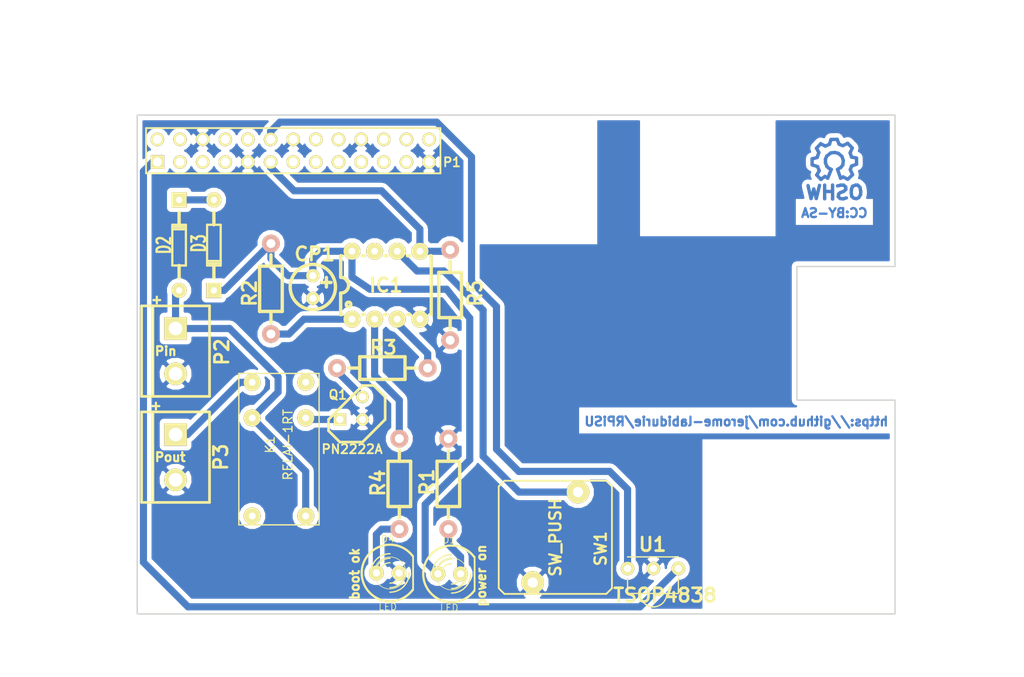
<source format=kicad_pcb>
(kicad_pcb (version 4) (host pcbnew "(2014-09-02 BZR 5112)-product")

  (general
    (links 36)
    (no_connects 5)
    (area 143.424999 124.924999 228.575001 181.075001)
    (thickness 1.6)
    (drawings 49)
    (tracks 81)
    (zones 0)
    (modules 19)
    (nets 36)
  )

  (page A3)
  (title_block
    (date "15 nov 2012")
  )

  (layers
    (0 F.Cu signal)
    (31 B.Cu signal)
    (32 B.Adhes user)
    (33 F.Adhes user)
    (34 B.Paste user)
    (35 F.Paste user)
    (36 B.SilkS user)
    (37 F.SilkS user)
    (38 B.Mask user)
    (39 F.Mask user)
    (40 Dwgs.User user)
    (41 Cmts.User user)
    (42 Eco1.User user)
    (43 Eco2.User user)
    (44 Edge.Cuts user)
  )

  (setup
    (last_trace_width 0.8)
    (user_trace_width 0.8)
    (trace_clearance 0.2)
    (zone_clearance 0.508)
    (zone_45_only no)
    (trace_min 0.1524)
    (segment_width 0.2)
    (edge_width 0.15)
    (via_size 0.9)
    (via_drill 0.6)
    (via_min_size 0.8)
    (via_min_drill 0.5)
    (user_via 1.2 1)
    (uvia_size 0.5)
    (uvia_drill 0.1)
    (uvias_allowed no)
    (uvia_min_size 0.5)
    (uvia_min_drill 0.1)
    (pcb_text_width 0.3)
    (pcb_text_size 1 1)
    (mod_edge_width 0.15)
    (mod_text_size 1 1)
    (mod_text_width 0.15)
    (pad_size 1.906 1.906)
    (pad_drill 0.762)
    (pad_to_mask_clearance 0)
    (aux_axis_origin 143.5 181)
    (visible_elements 7FFFFF7F)
    (pcbplotparams
      (layerselection 0x00030_80000001)
      (usegerberextensions true)
      (excludeedgelayer true)
      (linewidth 0.150000)
      (plotframeref false)
      (viasonmask false)
      (mode 1)
      (useauxorigin false)
      (hpglpennumber 1)
      (hpglpenspeed 20)
      (hpglpendiameter 15)
      (hpglpenoverlay 2)
      (psnegative false)
      (psa4output false)
      (plotreference true)
      (plotvalue true)
      (plotinvisibletext false)
      (padsonsilk false)
      (subtractmaskfromsilk false)
      (outputformat 1)
      (mirror false)
      (drillshape 0)
      (scaleselection 1)
      (outputdirectory fabrication/))
  )

  (net 0 "")
  (net 1 +3.3V)
  (net 2 +5V)
  (net 3 GND)
  (net 4 VCC)
  (net 5 "Net-(D1-Pad2)")
  (net 6 "Net-(D2-Pad1)")
  (net 7 "Net-(D2-Pad2)")
  (net 8 "Net-(D4-Pad1)")
  (net 9 "Net-(IC1-Pad1)")
  (net 10 "Net-(IC1-Pad2)")
  (net 11 "Net-(IC1-Pad3)")
  (net 12 /GPIO17)
  (net 13 "Net-(IC1-Pad6)")
  (net 14 "Net-(IC1-Pad7)")
  (net 15 "Net-(K1-Pad1)")
  (net 16 "Net-(K1-Pad4)")
  (net 17 "Net-(K1-Pad6)")
  (net 18 "/GPIO0(SDA)")
  (net 19 "/GPIO1(SCL)")
  (net 20 /GPIO4)
  (net 21 /TXD)
  (net 22 /RXD)
  (net 23 /GPIO18)
  (net 24 /GPIO21)
  (net 25 /GPIO22)
  (net 26 /GPIO23)
  (net 27 "Net-(P1-Pad17)")
  (net 28 /GPIO24)
  (net 29 "/GPIO10(MOSI)")
  (net 30 "/GPIO9(MISO)")
  (net 31 /GPIO25)
  (net 32 "/GPIO11(SCLK)")
  (net 33 "/GPIO8(CE0)")
  (net 34 "/GPIO7(CE1)")
  (net 35 "Net-(Q1-Pad1)")

  (net_class Default "This is the default net class."
    (clearance 0.2)
    (trace_width 0.2)
    (via_dia 0.9)
    (via_drill 0.6)
    (uvia_dia 0.5)
    (uvia_drill 0.1)
    (add_net +3.3V)
    (add_net +5V)
    (add_net "/GPIO0(SDA)")
    (add_net "/GPIO1(SCL)")
    (add_net "/GPIO10(MOSI)")
    (add_net "/GPIO11(SCLK)")
    (add_net /GPIO17)
    (add_net /GPIO18)
    (add_net /GPIO21)
    (add_net /GPIO22)
    (add_net /GPIO23)
    (add_net /GPIO24)
    (add_net /GPIO25)
    (add_net /GPIO4)
    (add_net "/GPIO7(CE1)")
    (add_net "/GPIO8(CE0)")
    (add_net "/GPIO9(MISO)")
    (add_net /RXD)
    (add_net /TXD)
    (add_net GND)
    (add_net "Net-(D1-Pad2)")
    (add_net "Net-(D2-Pad1)")
    (add_net "Net-(D2-Pad2)")
    (add_net "Net-(D4-Pad1)")
    (add_net "Net-(IC1-Pad1)")
    (add_net "Net-(IC1-Pad2)")
    (add_net "Net-(IC1-Pad3)")
    (add_net "Net-(IC1-Pad6)")
    (add_net "Net-(IC1-Pad7)")
    (add_net "Net-(K1-Pad1)")
    (add_net "Net-(K1-Pad4)")
    (add_net "Net-(K1-Pad6)")
    (add_net "Net-(P1-Pad17)")
    (add_net "Net-(Q1-Pad1)")
    (add_net VCC)
  )

  (net_class Power ""
    (clearance 0.2)
    (trace_width 0.5)
    (via_dia 1)
    (via_drill 0.7)
    (uvia_dia 0.5)
    (uvia_drill 0.1)
  )

  (module Relay_V23040 (layer F.Cu) (tedit 54282777) (tstamp 5426D2A8)
    (at 159.4 159 90)
    (path /5426BF4B)
    (fp_text reference K1 (at -3 -1 90) (layer F.SilkS)
      (effects (font (size 1 1) (thickness 0.15)))
    )
    (fp_text value RELAI-1RT (at -3 1 90) (layer F.SilkS)
      (effects (font (size 1 1) (thickness 0.15)))
    )
    (fp_line (start 5 4.5) (end 5 -4.5) (layer F.SilkS) (width 0.15))
    (fp_line (start 5 -4.5) (end -12 -4.5) (layer F.SilkS) (width 0.15))
    (fp_line (start -12 -4.5) (end -12 4.5) (layer F.SilkS) (width 0.15))
    (fp_line (start -12 4.5) (end 5 4.5) (layer F.SilkS) (width 0.15))
    (pad 1 thru_hole circle (at 0 3 90) (size 1.906 1.906) (drill 0.762) (layers *.Cu *.Mask F.SilkS)
      (net 15 "Net-(K1-Pad1)"))
    (pad 2 thru_hole circle (at 0 -3 90) (size 1.906 1.906) (drill 0.762) (layers *.Cu *.Mask F.SilkS)
      (net 6 "Net-(D2-Pad1)"))
    (pad 3 thru_hole circle (at -11 -3 90) (size 1.906 1.906) (drill 0.762) (layers *.Cu *.Mask F.SilkS))
    (pad 4 thru_hole circle (at 4 3 90) (size 1.906 1.906) (drill 0.762) (layers *.Cu *.Mask F.SilkS)
      (net 16 "Net-(K1-Pad4)"))
    (pad 5 thru_hole circle (at -11 3 90) (size 1.906 1.906) (drill 0.762) (layers *.Cu *.Mask F.SilkS)
      (net 6 "Net-(D2-Pad1)"))
    (pad 6 thru_hole circle (at 4 -3 90) (size 1.906 1.906) (drill 0.762) (layers *.Cu *.Mask F.SilkS)
      (net 17 "Net-(K1-Pad6)"))
  )

  (module Capacitors_Elko_ThroughHole:Elko_vert_DM5_RM2-5 (layer F.Cu) (tedit 54280104) (tstamp 5426D27A)
    (at 163.2 144.3 270)
    (descr "Electrolytic Capacitor, vertical, diameter 5mm, radial, RM 2,5mm")
    (tags "Electrolytic Capacitor, vertical, diameter 5mm, radial, RM 2,5mm, Elko, Electrolytkondensator, Kondensator gepolt, Durchmesser 5mm")
    (path /5426CB77)
    (fp_text reference CP1 (at -3.7 -0.2 360) (layer F.SilkS)
      (effects (font (thickness 0.3048)))
    )
    (fp_text value 100n (at 0 3.81 270) (layer F.SilkS) hide
      (effects (font (thickness 0.3048)))
    )
    (fp_line (start -1.0668 -1.524) (end 0 -1.524) (layer F.Cu) (width 0.381))
    (fp_line (start -0.508 -2.032) (end -0.508 -0.9906) (layer F.Cu) (width 0.381))
    (fp_line (start 0 -1.524) (end -1.0668 -1.524) (layer F.SilkS) (width 0.381))
    (fp_line (start -0.508 -2.032) (end -0.508 -0.9906) (layer F.SilkS) (width 0.381))
    (fp_circle (center 0 0) (end 2.54 0) (layer F.SilkS) (width 0.381))
    (pad 2 thru_hole circle (at 1.27 0 270) (size 1.50114 1.50114) (drill 0.8001) (layers *.Cu *.Mask F.SilkS)
      (net 3 GND))
    (pad 1 thru_hole circle (at -1.27 0 270) (size 1.50114 1.50114) (drill 0.8001) (layers *.Cu *.Mask F.SilkS)
      (net 4 VCC))
  )

  (module LEDs:LED-5MM (layer F.Cu) (tedit 5426D252) (tstamp 5426D280)
    (at 178.5 176.5)
    (descr "LED 5mm - Lead pitch 100mil (2,54mm)")
    (tags "LED led 5mm 5MM 100mil 2,54mm")
    (path /5426B6CE)
    (fp_text reference D1 (at 0 -3.81) (layer F.SilkS)
      (effects (font (size 0.762 0.762) (thickness 0.0889)))
    )
    (fp_text value LED (at 0 3.81) (layer F.SilkS)
      (effects (font (size 0.762 0.762) (thickness 0.0889)))
    )
    (fp_line (start 2.8448 1.905) (end 2.8448 -1.905) (layer F.SilkS) (width 0.2032))
    (fp_circle (center 0.254 0) (end -1.016 1.27) (layer F.SilkS) (width 0.0762))
    (fp_arc (start 0.254 0) (end 2.794 1.905) (angle 286.2) (layer F.SilkS) (width 0.254))
    (fp_arc (start 0.254 0) (end -0.889 0) (angle 90) (layer F.SilkS) (width 0.1524))
    (fp_arc (start 0.254 0) (end 1.397 0) (angle 90) (layer F.SilkS) (width 0.1524))
    (fp_arc (start 0.254 0) (end -1.397 0) (angle 90) (layer F.SilkS) (width 0.1524))
    (fp_arc (start 0.254 0) (end 1.905 0) (angle 90) (layer F.SilkS) (width 0.1524))
    (fp_arc (start 0.254 0) (end -1.905 0) (angle 90) (layer F.SilkS) (width 0.1524))
    (fp_arc (start 0.254 0) (end 2.413 0) (angle 90) (layer F.SilkS) (width 0.1524))
    (pad 1 thru_hole circle (at -1.27 0) (size 1.6764 1.6764) (drill 0.8128) (layers *.Cu *.Mask F.SilkS)
      (net 4 VCC))
    (pad 2 thru_hole circle (at 1.27 0) (size 1.6764 1.6764) (drill 0.8128) (layers *.Cu *.Mask F.SilkS)
      (net 5 "Net-(D1-Pad2)"))
    (model discret/leds/led5_vertical_verde.wrl
      (at (xyz 0 0 0))
      (scale (xyz 1 1 1))
      (rotate (xyz 0 0 0))
    )
  )

  (module Diodes_ThroughHole:Diode_DO-35_SOD27_Horizontal_RM10 (layer F.Cu) (tedit 542800B1) (tstamp 5426D286)
    (at 148.2 139.6 90)
    (descr "Diode, DO-35,  SOD27, Horizontal, RM 10mm")
    (tags "Diode, DO-35, SOD27, Horizontal, RM 10mm, 1N4148,")
    (path /5426B597)
    (fp_text reference D2 (at 0 -1.7 90) (layer F.SilkS)
      (effects (font (size 1.524 1.016) (thickness 0.254)))
    )
    (fp_text value DIODE (at -1.016 -3.556 90) (layer F.SilkS) hide
      (effects (font (size 1.524 1.016) (thickness 0.254)))
    )
    (fp_line (start -2.286 0) (end -3.683 0) (layer F.SilkS) (width 0.381))
    (fp_line (start 2.159 0) (end 3.683 0) (layer F.SilkS) (width 0.381))
    (fp_line (start 1.778 -0.762) (end 1.778 0.762) (layer F.SilkS) (width 0.254))
    (fp_line (start 2.032 -0.762) (end 2.032 0.762) (layer F.SilkS) (width 0.254))
    (fp_line (start 2.286 0) (end 2.286 0.762) (layer F.SilkS) (width 0.254))
    (fp_line (start 2.286 0.762) (end -2.286 0.762) (layer F.SilkS) (width 0.254))
    (fp_line (start -2.286 0.762) (end -2.286 -0.762) (layer F.SilkS) (width 0.254))
    (fp_line (start -2.286 -0.762) (end 2.286 -0.762) (layer F.SilkS) (width 0.254))
    (fp_line (start 2.286 -0.762) (end 2.286 0) (layer F.SilkS) (width 0.254))
    (pad 1 thru_hole circle (at -5.08 0 90) (size 1.69926 1.69926) (drill 0.70104) (layers *.Cu *.Mask F.SilkS)
      (net 6 "Net-(D2-Pad1)"))
    (pad 2 thru_hole rect (at 5.08 0 90) (size 1.69926 1.69926) (drill 0.70104) (layers *.Cu *.Mask F.SilkS)
      (net 7 "Net-(D2-Pad2)"))
    (model discret/diode.wrl
      (at (xyz 0 0 0))
      (scale (xyz 0.4 0.4 0.4))
      (rotate (xyz 0 0 0))
    )
  )

  (module Diodes_ThroughHole:Diode_DO-35_SOD27_Horizontal_RM10 (layer F.Cu) (tedit 542800B3) (tstamp 5426D28C)
    (at 152.1 139.6 270)
    (descr "Diode, DO-35,  SOD27, Horizontal, RM 10mm")
    (tags "Diode, DO-35, SOD27, Horizontal, RM 10mm, 1N4148,")
    (path /5426B508)
    (fp_text reference D3 (at -0.2 1.7 270) (layer F.SilkS)
      (effects (font (size 1.524 1.016) (thickness 0.254)))
    )
    (fp_text value DIODE (at -1.016 -3.556 270) (layer F.SilkS) hide
      (effects (font (size 1.524 1.016) (thickness 0.254)))
    )
    (fp_line (start -2.286 0) (end -3.683 0) (layer F.SilkS) (width 0.381))
    (fp_line (start 2.159 0) (end 3.683 0) (layer F.SilkS) (width 0.381))
    (fp_line (start 1.778 -0.762) (end 1.778 0.762) (layer F.SilkS) (width 0.254))
    (fp_line (start 2.032 -0.762) (end 2.032 0.762) (layer F.SilkS) (width 0.254))
    (fp_line (start 2.286 0) (end 2.286 0.762) (layer F.SilkS) (width 0.254))
    (fp_line (start 2.286 0.762) (end -2.286 0.762) (layer F.SilkS) (width 0.254))
    (fp_line (start -2.286 0.762) (end -2.286 -0.762) (layer F.SilkS) (width 0.254))
    (fp_line (start -2.286 -0.762) (end 2.286 -0.762) (layer F.SilkS) (width 0.254))
    (fp_line (start 2.286 -0.762) (end 2.286 0) (layer F.SilkS) (width 0.254))
    (pad 1 thru_hole circle (at -5.08 0 270) (size 1.69926 1.69926) (drill 0.70104) (layers *.Cu *.Mask F.SilkS)
      (net 7 "Net-(D2-Pad2)"))
    (pad 2 thru_hole rect (at 5.08 0 270) (size 1.69926 1.69926) (drill 0.70104) (layers *.Cu *.Mask F.SilkS)
      (net 4 VCC))
    (model discret/diode.wrl
      (at (xyz 0 0 0))
      (scale (xyz 0.4 0.4 0.4))
      (rotate (xyz 0 0 0))
    )
  )

  (module LEDs:LED-5MM (layer F.Cu) (tedit 5426D252) (tstamp 5426D292)
    (at 171.6 176.4)
    (descr "LED 5mm - Lead pitch 100mil (2,54mm)")
    (tags "LED led 5mm 5MM 100mil 2,54mm")
    (path /5426BBAE)
    (fp_text reference D4 (at 0 -3.81) (layer F.SilkS)
      (effects (font (size 0.762 0.762) (thickness 0.0889)))
    )
    (fp_text value LED (at 0 3.81) (layer F.SilkS)
      (effects (font (size 0.762 0.762) (thickness 0.0889)))
    )
    (fp_line (start 2.8448 1.905) (end 2.8448 -1.905) (layer F.SilkS) (width 0.2032))
    (fp_circle (center 0.254 0) (end -1.016 1.27) (layer F.SilkS) (width 0.0762))
    (fp_arc (start 0.254 0) (end 2.794 1.905) (angle 286.2) (layer F.SilkS) (width 0.254))
    (fp_arc (start 0.254 0) (end -0.889 0) (angle 90) (layer F.SilkS) (width 0.1524))
    (fp_arc (start 0.254 0) (end 1.397 0) (angle 90) (layer F.SilkS) (width 0.1524))
    (fp_arc (start 0.254 0) (end -1.397 0) (angle 90) (layer F.SilkS) (width 0.1524))
    (fp_arc (start 0.254 0) (end 1.905 0) (angle 90) (layer F.SilkS) (width 0.1524))
    (fp_arc (start 0.254 0) (end -1.905 0) (angle 90) (layer F.SilkS) (width 0.1524))
    (fp_arc (start 0.254 0) (end 2.413 0) (angle 90) (layer F.SilkS) (width 0.1524))
    (pad 1 thru_hole circle (at -1.27 0) (size 1.6764 1.6764) (drill 0.8128) (layers *.Cu *.Mask F.SilkS)
      (net 8 "Net-(D4-Pad1)"))
    (pad 2 thru_hole circle (at 1.27 0) (size 1.6764 1.6764) (drill 0.8128) (layers *.Cu *.Mask F.SilkS)
      (net 3 GND))
    (model discret/leds/led5_vertical_verde.wrl
      (at (xyz 0 0 0))
      (scale (xyz 1 1 1))
      (rotate (xyz 0 0 0))
    )
  )

  (module Power_Integrations:PDIP-8 (layer F.Cu) (tedit 5426D252) (tstamp 5426D29E)
    (at 171.4 144.1)
    (descr "PDIP-8 Standard 300mil 8pin Dual In Line Package")
    (tags "Power Integrations P Package")
    (path /5426B366)
    (fp_text reference IC1 (at 0 0) (layer F.SilkS)
      (effects (font (thickness 0.3048)))
    )
    (fp_text value ATTINY25-P (at 0 0) (layer F.SilkS) hide
      (effects (font (thickness 0.3048)))
    )
    (fp_line (start -5.08 0.889) (end -5.08 3.302) (layer F.SilkS) (width 0.381))
    (fp_line (start -5.08 -0.889) (end -5.08 -3.302) (layer F.SilkS) (width 0.381))
    (fp_arc (start -5.08 0) (end -4.191 0) (angle 90) (layer F.SilkS) (width 0.381))
    (fp_arc (start -5.08 0) (end -5.08 -0.889) (angle 90) (layer F.SilkS) (width 0.381))
    (fp_circle (center -4.191 2.159) (end -3.937 2.159) (layer F.SilkS) (width 0.381))
    (fp_line (start 5.08 3.302) (end 4.953 3.302) (layer F.SilkS) (width 0.381))
    (fp_line (start 2.413 3.302) (end 2.667 3.302) (layer F.SilkS) (width 0.381))
    (fp_line (start -0.127 3.302) (end 0.127 3.302) (layer F.SilkS) (width 0.381))
    (fp_line (start -2.667 3.302) (end -2.413 3.302) (layer F.SilkS) (width 0.381))
    (fp_line (start -5.08 3.302) (end -4.953 3.302) (layer F.SilkS) (width 0.381))
    (fp_line (start -5.08 -3.302) (end -4.953 -3.302) (layer F.SilkS) (width 0.381))
    (fp_line (start 5.08 -3.302) (end 4.953 -3.302) (layer F.SilkS) (width 0.381))
    (fp_line (start 2.413 -3.302) (end 2.667 -3.302) (layer F.SilkS) (width 0.381))
    (fp_line (start -0.127 -3.302) (end 0.127 -3.302) (layer F.SilkS) (width 0.381))
    (fp_line (start -2.667 -3.302) (end -2.413 -3.302) (layer F.SilkS) (width 0.381))
    (fp_line (start 5.08 3.302) (end 5.08 -3.302) (layer F.SilkS) (width 0.381))
    (pad 1 thru_hole circle (at -3.81 3.81) (size 1.905 1.905) (drill 0.762) (layers *.Cu *.Mask F.SilkS)
      (net 9 "Net-(IC1-Pad1)"))
    (pad 2 thru_hole circle (at -1.27 3.81) (size 1.905 1.905) (drill 0.762) (layers *.Cu *.Mask F.SilkS)
      (net 10 "Net-(IC1-Pad2)"))
    (pad 3 thru_hole circle (at 1.27 3.81) (size 1.905 1.905) (drill 0.762) (layers *.Cu *.Mask F.SilkS)
      (net 11 "Net-(IC1-Pad3)"))
    (pad 4 thru_hole circle (at 3.81 3.81) (size 1.905 1.905) (drill 0.762) (layers *.Cu *.Mask F.SilkS)
      (net 3 GND))
    (pad 5 thru_hole circle (at 3.81 -3.81) (size 1.905 1.905) (drill 0.762) (layers *.Cu *.Mask F.SilkS)
      (net 12 /GPIO17))
    (pad 6 thru_hole circle (at 1.27 -3.81) (size 1.905 1.905) (drill 0.762) (layers *.Cu *.Mask F.SilkS)
      (net 13 "Net-(IC1-Pad6)"))
    (pad 7 thru_hole circle (at -1.27 -3.81) (size 1.905 1.905) (drill 0.762) (layers *.Cu *.Mask F.SilkS)
      (net 14 "Net-(IC1-Pad7)"))
    (pad 8 thru_hole circle (at -3.81 -3.81) (size 1.905 1.905) (drill 0.762) (layers *.Cu *.Mask F.SilkS)
      (net 4 VCC))
  )

  (module Connect:bornier2 (layer F.Cu) (tedit 5429D7A2) (tstamp 5426D2AE)
    (at 147.8 151.5 270)
    (descr "Bornier d'alimentation 2 pins")
    (tags DEV)
    (path /5426B5DD)
    (fp_text reference P2 (at 0.1 -5.2 270) (layer F.SilkS)
      (effects (font (thickness 0.3048)))
    )
    (fp_text value CONN_01X02 (at 0 5.08 270) (layer F.SilkS) hide
      (effects (font (thickness 0.3048)))
    )
    (fp_line (start 5.08 2.54) (end -5.08 2.54) (layer F.SilkS) (width 0.3048))
    (fp_line (start 5.08 3.81) (end 5.08 -3.81) (layer F.SilkS) (width 0.3048))
    (fp_line (start 5.08 -3.81) (end -5.08 -3.81) (layer F.SilkS) (width 0.3048))
    (fp_line (start -5.08 -3.81) (end -5.08 3.81) (layer F.SilkS) (width 0.3048))
    (fp_line (start -5.08 3.81) (end 5.08 3.81) (layer F.SilkS) (width 0.3048))
    (pad 1 thru_hole rect (at -2.54 0 270) (size 2.54 2.54) (drill 1.524) (layers *.Cu *.Mask F.SilkS)
      (net 6 "Net-(D2-Pad1)"))
    (pad 2 thru_hole circle (at 2.54 0 270) (size 2.54 2.54) (drill 1.524) (layers *.Cu *.Mask F.SilkS)
      (net 3 GND))
    (model Device/bornier_2.wrl
      (at (xyz 0 0 0))
      (scale (xyz 1 1 1))
      (rotate (xyz 0 0 0))
    )
  )

  (module Connect:bornier2 (layer F.Cu) (tedit 542800CF) (tstamp 5426D2B4)
    (at 147.8 163.4 270)
    (descr "Bornier d'alimentation 2 pins")
    (tags DEV)
    (path /5426E90D)
    (fp_text reference P3 (at 0 -5.08 270) (layer F.SilkS)
      (effects (font (thickness 0.3048)))
    )
    (fp_text value CONN_01X02 (at 0 5.08 270) (layer F.SilkS) hide
      (effects (font (thickness 0.3048)))
    )
    (fp_line (start 5.08 2.54) (end -5.08 2.54) (layer F.SilkS) (width 0.3048))
    (fp_line (start 5.08 3.81) (end 5.08 -3.81) (layer F.SilkS) (width 0.3048))
    (fp_line (start 5.08 -3.81) (end -5.08 -3.81) (layer F.SilkS) (width 0.3048))
    (fp_line (start -5.08 -3.81) (end -5.08 3.81) (layer F.SilkS) (width 0.3048))
    (fp_line (start -5.08 3.81) (end 5.08 3.81) (layer F.SilkS) (width 0.3048))
    (pad 1 thru_hole rect (at -2.54 0 270) (size 2.54 2.54) (drill 1.524) (layers *.Cu *.Mask F.SilkS)
      (net 17 "Net-(K1-Pad6)"))
    (pad 2 thru_hole circle (at 2.54 0 270) (size 2.54 2.54) (drill 1.524) (layers *.Cu *.Mask F.SilkS)
      (net 3 GND))
    (model Device/bornier_2.wrl
      (at (xyz 0 0 0))
      (scale (xyz 1 1 1))
      (rotate (xyz 0 0 0))
    )
  )

  (module Resistors_ThroughHole:Resistor_Horizontal_RM10mm (layer F.Cu) (tedit 542800E9) (tstamp 5426D2C1)
    (at 178.4 166.4 90)
    (descr "Resistor, Axial,  RM 10mm, 1/3W,")
    (tags "Resistor, Axial, RM 10mm, 1/3W,")
    (path /5426B743)
    (fp_text reference R1 (at 0.2 -2.4 90) (layer F.SilkS)
      (effects (font (thickness 0.3048)))
    )
    (fp_text value 100 (at 3.81 3.81 90) (layer F.SilkS) hide
      (effects (font (size 1.50114 1.50114) (thickness 0.20066)))
    )
    (fp_line (start -2.54 -1.27) (end 2.54 -1.27) (layer F.SilkS) (width 0.381))
    (fp_line (start 2.54 -1.27) (end 2.54 1.27) (layer F.SilkS) (width 0.381))
    (fp_line (start 2.54 1.27) (end -2.54 1.27) (layer F.SilkS) (width 0.381))
    (fp_line (start -2.54 1.27) (end -2.54 -1.27) (layer F.SilkS) (width 0.381))
    (fp_line (start -2.54 0) (end -3.81 0) (layer F.SilkS) (width 0.381))
    (fp_line (start 2.54 0) (end 3.81 0) (layer F.SilkS) (width 0.381))
    (pad 1 thru_hole circle (at -5.08 0 90) (size 1.99898 1.99898) (drill 1.00076) (layers *.Cu *.SilkS *.Mask)
      (net 5 "Net-(D1-Pad2)"))
    (pad 2 thru_hole circle (at 5.08 0 90) (size 1.99898 1.99898) (drill 1.00076) (layers *.Cu *.SilkS *.Mask)
      (net 3 GND))
    (model discret/resistor_10mm.wrl
      (at (xyz 0 0 0))
      (scale (xyz 0.4 0.4 0.4))
      (rotate (xyz 0 0 0))
    )
  )

  (module Resistors_ThroughHole:Resistor_Horizontal_RM10mm (layer F.Cu) (tedit 542800B8) (tstamp 5426D2C7)
    (at 158.5 144.5 90)
    (descr "Resistor, Axial,  RM 10mm, 1/3W,")
    (tags "Resistor, Axial, RM 10mm, 1/3W,")
    (path /5426BA35)
    (fp_text reference R2 (at -0.5 -2.4 90) (layer F.SilkS)
      (effects (font (thickness 0.3048)))
    )
    (fp_text value 30K (at 3.81 3.81 90) (layer F.SilkS) hide
      (effects (font (size 1.50114 1.50114) (thickness 0.20066)))
    )
    (fp_line (start -2.54 -1.27) (end 2.54 -1.27) (layer F.SilkS) (width 0.381))
    (fp_line (start 2.54 -1.27) (end 2.54 1.27) (layer F.SilkS) (width 0.381))
    (fp_line (start 2.54 1.27) (end -2.54 1.27) (layer F.SilkS) (width 0.381))
    (fp_line (start -2.54 1.27) (end -2.54 -1.27) (layer F.SilkS) (width 0.381))
    (fp_line (start -2.54 0) (end -3.81 0) (layer F.SilkS) (width 0.381))
    (fp_line (start 2.54 0) (end 3.81 0) (layer F.SilkS) (width 0.381))
    (pad 1 thru_hole circle (at -5.08 0 90) (size 1.99898 1.99898) (drill 1.00076) (layers *.Cu *.SilkS *.Mask)
      (net 9 "Net-(IC1-Pad1)"))
    (pad 2 thru_hole circle (at 5.08 0 90) (size 1.99898 1.99898) (drill 1.00076) (layers *.Cu *.SilkS *.Mask)
      (net 4 VCC))
    (model discret/resistor_10mm.wrl
      (at (xyz 0 0 0))
      (scale (xyz 0.4 0.4 0.4))
      (rotate (xyz 0 0 0))
    )
  )

  (module Resistors_ThroughHole:Resistor_Horizontal_RM10mm (layer F.Cu) (tedit 542800FB) (tstamp 5426D2CD)
    (at 171 153.4)
    (descr "Resistor, Axial,  RM 10mm, 1/3W,")
    (tags "Resistor, Axial, RM 10mm, 1/3W,")
    (path /5426B945)
    (fp_text reference R3 (at 0.1 -2.3) (layer F.SilkS)
      (effects (font (thickness 0.3048)))
    )
    (fp_text value 1K (at 3.81 3.81) (layer F.SilkS) hide
      (effects (font (size 1.50114 1.50114) (thickness 0.20066)))
    )
    (fp_line (start -2.54 -1.27) (end 2.54 -1.27) (layer F.SilkS) (width 0.381))
    (fp_line (start 2.54 -1.27) (end 2.54 1.27) (layer F.SilkS) (width 0.381))
    (fp_line (start 2.54 1.27) (end -2.54 1.27) (layer F.SilkS) (width 0.381))
    (fp_line (start -2.54 1.27) (end -2.54 -1.27) (layer F.SilkS) (width 0.381))
    (fp_line (start -2.54 0) (end -3.81 0) (layer F.SilkS) (width 0.381))
    (fp_line (start 2.54 0) (end 3.81 0) (layer F.SilkS) (width 0.381))
    (pad 1 thru_hole circle (at -5.08 0) (size 1.99898 1.99898) (drill 1.00076) (layers *.Cu *.SilkS *.Mask)
      (net 35 "Net-(Q1-Pad1)"))
    (pad 2 thru_hole circle (at 5.08 0) (size 1.99898 1.99898) (drill 1.00076) (layers *.Cu *.SilkS *.Mask)
      (net 11 "Net-(IC1-Pad3)"))
    (model discret/resistor_10mm.wrl
      (at (xyz 0 0 0))
      (scale (xyz 0.4 0.4 0.4))
      (rotate (xyz 0 0 0))
    )
  )

  (module Resistors_ThroughHole:Resistor_Horizontal_RM10mm (layer F.Cu) (tedit 542800E7) (tstamp 5426D2D3)
    (at 172.9 166.4 270)
    (descr "Resistor, Axial,  RM 10mm, 1/3W,")
    (tags "Resistor, Axial, RM 10mm, 1/3W,")
    (path /5426BB78)
    (fp_text reference R4 (at -0.1 2.4 270) (layer F.SilkS)
      (effects (font (thickness 0.3048)))
    )
    (fp_text value 100 (at 3.81 3.81 270) (layer F.SilkS) hide
      (effects (font (size 1.50114 1.50114) (thickness 0.20066)))
    )
    (fp_line (start -2.54 -1.27) (end 2.54 -1.27) (layer F.SilkS) (width 0.381))
    (fp_line (start 2.54 -1.27) (end 2.54 1.27) (layer F.SilkS) (width 0.381))
    (fp_line (start 2.54 1.27) (end -2.54 1.27) (layer F.SilkS) (width 0.381))
    (fp_line (start -2.54 1.27) (end -2.54 -1.27) (layer F.SilkS) (width 0.381))
    (fp_line (start -2.54 0) (end -3.81 0) (layer F.SilkS) (width 0.381))
    (fp_line (start 2.54 0) (end 3.81 0) (layer F.SilkS) (width 0.381))
    (pad 1 thru_hole circle (at -5.08 0 270) (size 1.99898 1.99898) (drill 1.00076) (layers *.Cu *.SilkS *.Mask)
      (net 10 "Net-(IC1-Pad2)"))
    (pad 2 thru_hole circle (at 5.08 0 270) (size 1.99898 1.99898) (drill 1.00076) (layers *.Cu *.SilkS *.Mask)
      (net 8 "Net-(D4-Pad1)"))
    (model discret/resistor_10mm.wrl
      (at (xyz 0 0 0))
      (scale (xyz 0.4 0.4 0.4))
      (rotate (xyz 0 0 0))
    )
  )

  (module Resistors_ThroughHole:Resistor_Horizontal_RM10mm (layer F.Cu) (tedit 542800F9) (tstamp 5426D2D9)
    (at 178.6 145.2 270)
    (descr "Resistor, Axial,  RM 10mm, 1/3W,")
    (tags "Resistor, Axial, RM 10mm, 1/3W,")
    (path /5426C2EF)
    (fp_text reference R5 (at -0.2 -2.8 270) (layer F.SilkS)
      (effects (font (thickness 0.3048)))
    )
    (fp_text value 1K (at 3.81 3.81 270) (layer F.SilkS) hide
      (effects (font (size 1.50114 1.50114) (thickness 0.20066)))
    )
    (fp_line (start -2.54 -1.27) (end 2.54 -1.27) (layer F.SilkS) (width 0.381))
    (fp_line (start 2.54 -1.27) (end 2.54 1.27) (layer F.SilkS) (width 0.381))
    (fp_line (start 2.54 1.27) (end -2.54 1.27) (layer F.SilkS) (width 0.381))
    (fp_line (start -2.54 1.27) (end -2.54 -1.27) (layer F.SilkS) (width 0.381))
    (fp_line (start -2.54 0) (end -3.81 0) (layer F.SilkS) (width 0.381))
    (fp_line (start 2.54 0) (end 3.81 0) (layer F.SilkS) (width 0.381))
    (pad 1 thru_hole circle (at -5.08 0 270) (size 1.99898 1.99898) (drill 1.00076) (layers *.Cu *.SilkS *.Mask)
      (net 12 /GPIO17))
    (pad 2 thru_hole circle (at 5.08 0 270) (size 1.99898 1.99898) (drill 1.00076) (layers *.Cu *.SilkS *.Mask)
      (net 3 GND))
    (model discret/resistor_10mm.wrl
      (at (xyz 0 0 0))
      (scale (xyz 0.4 0.4 0.4))
      (rotate (xyz 0 0 0))
    )
  )

  (module Discret:SW_PUSH (layer F.Cu) (tedit 5426D252) (tstamp 5426D2DF)
    (at 190.4 172.4 270)
    (descr "Bouton poussoir")
    (tags "SWITCH DEV")
    (path /5426BC6C)
    (autoplace_cost180 10)
    (fp_text reference SW1 (at 1.27 -5.08 270) (layer F.SilkS)
      (effects (font (size 1.27 1.27) (thickness 0.254)))
    )
    (fp_text value SW_PUSH (at 0 0 270) (layer F.SilkS)
      (effects (font (size 1.27 1.27) (thickness 0.254)))
    )
    (fp_line (start 6.35 -5.715) (end 6.35 5.715) (layer F.SilkS) (width 0.2032))
    (fp_line (start 6.35 5.715) (end 5.715 6.35) (layer F.SilkS) (width 0.2032))
    (fp_line (start 5.715 6.35) (end -5.715 6.35) (layer F.SilkS) (width 0.2032))
    (fp_line (start -5.715 6.35) (end -6.35 5.715) (layer F.SilkS) (width 0.2032))
    (fp_line (start -6.35 5.715) (end -6.35 -5.715) (layer F.SilkS) (width 0.2032))
    (fp_line (start -5.715 -6.35) (end 5.715 -6.35) (layer F.SilkS) (width 0.2032))
    (fp_line (start 5.715 -6.35) (end 6.35 -5.715) (layer F.SilkS) (width 0.2032))
    (fp_line (start -6.35 -5.715) (end -5.715 -6.35) (layer F.SilkS) (width 0.2032))
    (pad 1 thru_hole circle (at -5.08 -2.54 270) (size 2.54 2.54) (drill 1.143) (layers *.Cu *.Mask F.SilkS)
      (net 13 "Net-(IC1-Pad6)"))
    (pad 2 thru_hole circle (at 5.08 2.54 270) (size 2.54 2.54) (drill 1.143) (layers *.Cu *.Mask F.SilkS)
      (net 3 GND))
    (model device/switch_push.wrl
      (at (xyz 0 0 0))
      (scale (xyz 1 1 1))
      (rotate (xyz 0 0 0))
    )
  )

  (module Pin_Arrays:pin_array_2x13 (layer F.Cu) (tedit 5429D7EC) (tstamp 5427DFFF)
    (at 161 129)
    (descr "2 x 13 pins connector")
    (tags CONN)
    (path /50A55ABA)
    (fp_text reference P1 (at 17.8 1.3) (layer F.SilkS)
      (effects (font (size 1.016 1.016) (thickness 0.2032)))
    )
    (fp_text value CONN_13X2 (at 7.62 -3.81) (layer F.SilkS) hide
      (effects (font (size 1.016 1.016) (thickness 0.2032)))
    )
    (fp_line (start -16.51 2.54) (end 16.51 2.54) (layer F.SilkS) (width 0.2032))
    (fp_line (start 16.51 -2.54) (end -16.51 -2.54) (layer F.SilkS) (width 0.2032))
    (fp_line (start -16.51 -2.54) (end -16.51 2.54) (layer F.SilkS) (width 0.2032))
    (fp_line (start 16.51 2.54) (end 16.51 -2.54) (layer F.SilkS) (width 0.2032))
    (pad 1 thru_hole rect (at -15.24 1.27) (size 1.524 1.524) (drill 1.016) (layers *.Cu *.Mask F.SilkS)
      (net 1 +3.3V))
    (pad 2 thru_hole circle (at -15.24 -1.27) (size 1.524 1.524) (drill 1.016) (layers *.Cu *.Mask F.SilkS)
      (net 2 +5V))
    (pad 3 thru_hole circle (at -12.7 1.27) (size 1.524 1.524) (drill 1.016) (layers *.Cu *.Mask F.SilkS)
      (net 18 "/GPIO0(SDA)"))
    (pad 4 thru_hole circle (at -12.7 -1.27) (size 1.524 1.524) (drill 1.016) (layers *.Cu *.Mask F.SilkS)
      (net 2 +5V))
    (pad 5 thru_hole circle (at -10.16 1.27) (size 1.524 1.524) (drill 1.016) (layers *.Cu *.Mask F.SilkS)
      (net 19 "/GPIO1(SCL)"))
    (pad 6 thru_hole circle (at -10.16 -1.27) (size 1.524 1.524) (drill 1.016) (layers *.Cu *.Mask F.SilkS)
      (net 3 GND))
    (pad 7 thru_hole circle (at -7.62 1.27) (size 1.524 1.524) (drill 1.016) (layers *.Cu *.Mask F.SilkS)
      (net 20 /GPIO4))
    (pad 8 thru_hole circle (at -7.62 -1.27) (size 1.524 1.524) (drill 1.016) (layers *.Cu *.Mask F.SilkS)
      (net 21 /TXD))
    (pad 9 thru_hole circle (at -5.08 1.27) (size 1.524 1.524) (drill 1.016) (layers *.Cu *.Mask F.SilkS)
      (net 3 GND))
    (pad 10 thru_hole circle (at -5.08 -1.27) (size 1.524 1.524) (drill 1.016) (layers *.Cu *.Mask F.SilkS)
      (net 22 /RXD))
    (pad 11 thru_hole circle (at -2.54 1.27) (size 1.524 1.524) (drill 1.016) (layers *.Cu *.Mask F.SilkS)
      (net 12 /GPIO17))
    (pad 12 thru_hole circle (at -2.54 -1.27) (size 1.524 1.524) (drill 1.016) (layers *.Cu *.Mask F.SilkS)
      (net 23 /GPIO18))
    (pad 13 thru_hole circle (at 0 1.27) (size 1.524 1.524) (drill 1.016) (layers *.Cu *.Mask F.SilkS)
      (net 24 /GPIO21))
    (pad 14 thru_hole circle (at 0 -1.27) (size 1.524 1.524) (drill 1.016) (layers *.Cu *.Mask F.SilkS)
      (net 3 GND))
    (pad 15 thru_hole circle (at 2.54 1.27) (size 1.524 1.524) (drill 1.016) (layers *.Cu *.Mask F.SilkS)
      (net 25 /GPIO22))
    (pad 16 thru_hole circle (at 2.54 -1.27) (size 1.524 1.524) (drill 1.016) (layers *.Cu *.Mask F.SilkS)
      (net 26 /GPIO23))
    (pad 17 thru_hole circle (at 5.08 1.27) (size 1.524 1.524) (drill 1.016) (layers *.Cu *.Mask F.SilkS)
      (net 27 "Net-(P1-Pad17)"))
    (pad 18 thru_hole circle (at 5.08 -1.27) (size 1.524 1.524) (drill 1.016) (layers *.Cu *.Mask F.SilkS)
      (net 28 /GPIO24))
    (pad 19 thru_hole circle (at 7.62 1.27) (size 1.524 1.524) (drill 1.016) (layers *.Cu *.Mask F.SilkS)
      (net 29 "/GPIO10(MOSI)"))
    (pad 20 thru_hole circle (at 7.62 -1.27) (size 1.524 1.524) (drill 1.016) (layers *.Cu *.Mask F.SilkS)
      (net 3 GND))
    (pad 21 thru_hole circle (at 10.16 1.27) (size 1.524 1.524) (drill 1.016) (layers *.Cu *.Mask F.SilkS)
      (net 30 "/GPIO9(MISO)"))
    (pad 22 thru_hole circle (at 10.16 -1.27) (size 1.524 1.524) (drill 1.016) (layers *.Cu *.Mask F.SilkS)
      (net 31 /GPIO25))
    (pad 23 thru_hole circle (at 12.7 1.27) (size 1.524 1.524) (drill 1.016) (layers *.Cu *.Mask F.SilkS)
      (net 32 "/GPIO11(SCLK)"))
    (pad 24 thru_hole circle (at 12.7 -1.27) (size 1.524 1.524) (drill 1.016) (layers *.Cu *.Mask F.SilkS)
      (net 33 "/GPIO8(CE0)"))
    (pad 25 thru_hole circle (at 15.24 1.27) (size 1.524 1.524) (drill 1.016) (layers *.Cu *.Mask F.SilkS)
      (net 3 GND))
    (pad 26 thru_hole circle (at 15.24 -1.27) (size 1.524 1.524) (drill 1.016) (layers *.Cu *.Mask F.SilkS)
      (net 34 "/GPIO7(CE1)"))
    (model pin_array/pins_array_13x2.wrl
      (at (xyz 0 0 0))
      (scale (xyz 1 1 1))
      (rotate (xyz 0 0 0))
    )
  )

  (module Discret:TO92-123 (layer F.Cu) (tedit 542800DC) (tstamp 5427E020)
    (at 167.5 157.9 180)
    (descr "Transistor TO92 brochage type BC237")
    (tags "TR TO92")
    (path /5427E170)
    (fp_text reference Q1 (at 1.5 1.5 180) (layer F.SilkS)
      (effects (font (size 1.016 1.016) (thickness 0.2032)))
    )
    (fp_text value PN2222A (at -0.1 -4.6 180) (layer F.SilkS)
      (effects (font (size 1.016 1.016) (thickness 0.2032)))
    )
    (fp_line (start -1.27 2.54) (end 2.54 -1.27) (layer F.SilkS) (width 0.3048))
    (fp_line (start 2.54 -1.27) (end 2.54 -2.54) (layer F.SilkS) (width 0.3048))
    (fp_line (start 2.54 -2.54) (end 1.27 -3.81) (layer F.SilkS) (width 0.3048))
    (fp_line (start 1.27 -3.81) (end -1.27 -3.81) (layer F.SilkS) (width 0.3048))
    (fp_line (start -1.27 -3.81) (end -3.81 -1.27) (layer F.SilkS) (width 0.3048))
    (fp_line (start -3.81 -1.27) (end -3.81 1.27) (layer F.SilkS) (width 0.3048))
    (fp_line (start -3.81 1.27) (end -2.54 2.54) (layer F.SilkS) (width 0.3048))
    (fp_line (start -2.54 2.54) (end -1.27 2.54) (layer F.SilkS) (width 0.3048))
    (pad 3 thru_hole rect (at 1.27 -1.27 180) (size 1.397 1.397) (drill 0.8128) (layers *.Cu *.Mask F.SilkS)
      (net 15 "Net-(K1-Pad1)"))
    (pad 2 thru_hole circle (at -1.27 -1.27 180) (size 1.397 1.397) (drill 0.8128) (layers *.Cu *.Mask F.SilkS)
      (net 3 GND))
    (pad 1 thru_hole circle (at -1.27 1.27 180) (size 1.397 1.397) (drill 0.8128) (layers *.Cu *.Mask F.SilkS)
      (net 35 "Net-(Q1-Pad1)"))
    (model discret/to98.wrl
      (at (xyz 0 0 0))
      (scale (xyz 1 1 1))
      (rotate (xyz 0 0 0))
    )
  )

  (module IR:TSOP4838 (layer F.Cu) (tedit 542800F3) (tstamp 5427FB22)
    (at 201.4 175.9)
    (descr "TSOP4838 IR receiver")
    (tags "TSOP4838 IR receiver")
    (path /542709A2)
    (fp_text reference U1 (at -0.1 -2.7) (layer F.SilkS)
      (effects (font (thickness 0.3048)))
    )
    (fp_text value TSOP4838 (at 1.3 3) (layer F.SilkS)
      (effects (font (thickness 0.3048)))
    )
    (fp_arc (start 0 2.8) (end 1.5 2.9) (angle 90) (layer F.SilkS) (width 0.15))
    (fp_arc (start 0 2.8) (end 0 4.3) (angle 90) (layer F.SilkS) (width 0.15))
    (fp_line (start 2.8 2.8) (end 2.8 1.1) (layer F.SilkS) (width 0.15))
    (fp_line (start 2.8 2.8) (end -2.9 2.8) (layer F.SilkS) (width 0.15))
    (fp_line (start -2.9 2.8) (end -2.9 1.1) (layer F.SilkS) (width 0.15))
    (fp_line (start 2.8 -1.3) (end -2.9 -1.3) (layer F.SilkS) (width 0.15))
    (pad 2 thru_hole circle (at 0 0 90) (size 1.524 1.524) (drill 0.8128) (layers *.Cu *.Mask F.SilkS)
      (net 3 GND))
    (pad 3 thru_hole circle (at 2.8 0 90) (size 1.524 1.524) (drill 0.8128) (layers *.Cu *.Mask F.SilkS)
      (net 1 +3.3V))
    (pad 1 thru_hole circle (at -2.9 0 90) (size 1.524 1.524) (drill 0.8128) (layers *.Cu *.Mask F.SilkS)
      (net 23 /GPIO18))
  )

  (module Footprint_Symbols:Symbol_OSHW-Logo_CopperTop (layer B.Cu) (tedit 5428298D) (tstamp 5428291D)
    (at 221.7 130.2 180)
    (descr "Symbol, OSHW-Logo, Copper Top,")
    (tags "Symbol, OSHW-Logo, Copper Top,")
    (fp_text reference SYM (at 0.09906 4.38912 180) (layer B.SilkS) hide
      (effects (font (thickness 0.3048)) (justify mirror))
    )
    (fp_text value Symbol_OSHW-Logo_CopperTop_07Jul2012 (at 0.30988 -6.56082 180) (layer B.SilkS) hide
      (effects (font (thickness 0.3048)) (justify mirror))
    )
    (fp_line (start 1.66878 -2.68986) (end 2.02946 -4.16052) (layer B.Cu) (width 0.381))
    (fp_line (start 2.02946 -4.16052) (end 2.30886 -3.0988) (layer B.Cu) (width 0.381))
    (fp_line (start 2.30886 -3.0988) (end 2.61874 -4.17068) (layer B.Cu) (width 0.381))
    (fp_line (start 2.61874 -4.17068) (end 2.9591 -2.72034) (layer B.Cu) (width 0.381))
    (fp_line (start 0.24892 -3.38074) (end 1.03886 -3.37058) (layer B.Cu) (width 0.381))
    (fp_line (start 1.03886 -3.37058) (end 1.04902 -3.38074) (layer B.Cu) (width 0.381))
    (fp_line (start 1.04902 -3.38074) (end 1.04902 -3.37058) (layer B.Cu) (width 0.381))
    (fp_line (start 1.08966 -2.65938) (end 1.08966 -4.20116) (layer B.Cu) (width 0.381))
    (fp_line (start 0.20066 -2.64922) (end 0.20066 -4.21894) (layer B.Cu) (width 0.381))
    (fp_line (start 0.20066 -4.21894) (end 0.21082 -4.20878) (layer B.Cu) (width 0.381))
    (fp_line (start -0.35052 -2.75082) (end -0.70104 -2.66954) (layer B.Cu) (width 0.381))
    (fp_line (start -0.70104 -2.66954) (end -1.02108 -2.65938) (layer B.Cu) (width 0.381))
    (fp_line (start -1.02108 -2.65938) (end -1.25984 -2.86004) (layer B.Cu) (width 0.381))
    (fp_line (start -1.25984 -2.86004) (end -1.29032 -3.12928) (layer B.Cu) (width 0.381))
    (fp_line (start -1.29032 -3.12928) (end -1.04902 -3.37058) (layer B.Cu) (width 0.381))
    (fp_line (start -1.04902 -3.37058) (end -0.6604 -3.50012) (layer B.Cu) (width 0.381))
    (fp_line (start -0.6604 -3.50012) (end -0.48006 -3.66014) (layer B.Cu) (width 0.381))
    (fp_line (start -0.48006 -3.66014) (end -0.43942 -3.95986) (layer B.Cu) (width 0.381))
    (fp_line (start -0.43942 -3.95986) (end -0.67056 -4.18084) (layer B.Cu) (width 0.381))
    (fp_line (start -0.67056 -4.18084) (end -0.9906 -4.20878) (layer B.Cu) (width 0.381))
    (fp_line (start -0.9906 -4.20878) (end -1.34112 -4.09956) (layer B.Cu) (width 0.381))
    (fp_line (start -2.37998 -2.64922) (end -2.6289 -2.66954) (layer B.Cu) (width 0.381))
    (fp_line (start -2.6289 -2.66954) (end -2.8702 -2.91084) (layer B.Cu) (width 0.381))
    (fp_line (start -2.8702 -2.91084) (end -2.9591 -3.40106) (layer B.Cu) (width 0.381))
    (fp_line (start -2.9591 -3.40106) (end -2.93116 -3.74904) (layer B.Cu) (width 0.381))
    (fp_line (start -2.93116 -3.74904) (end -2.7305 -4.06908) (layer B.Cu) (width 0.381))
    (fp_line (start -2.7305 -4.06908) (end -2.47904 -4.191) (layer B.Cu) (width 0.381))
    (fp_line (start -2.47904 -4.191) (end -2.16916 -4.11988) (layer B.Cu) (width 0.381))
    (fp_line (start -2.16916 -4.11988) (end -1.95072 -3.93954) (layer B.Cu) (width 0.381))
    (fp_line (start -1.95072 -3.93954) (end -1.8796 -3.4798) (layer B.Cu) (width 0.381))
    (fp_line (start -1.8796 -3.4798) (end -1.9304 -3.07086) (layer B.Cu) (width 0.381))
    (fp_line (start -1.9304 -3.07086) (end -2.03962 -2.78892) (layer B.Cu) (width 0.381))
    (fp_line (start -2.03962 -2.78892) (end -2.4003 -2.65938) (layer B.Cu) (width 0.381))
    (fp_line (start -1.78054 -0.92964) (end -2.03962 -1.49098) (layer B.Cu) (width 0.381))
    (fp_line (start -2.03962 -1.49098) (end -1.50114 -2.00914) (layer B.Cu) (width 0.381))
    (fp_line (start -1.50114 -2.00914) (end -0.98044 -1.7399) (layer B.Cu) (width 0.381))
    (fp_line (start -0.98044 -1.7399) (end -0.70104 -1.89992) (layer B.Cu) (width 0.381))
    (fp_line (start 0.73914 -1.8796) (end 1.06934 -1.6891) (layer B.Cu) (width 0.381))
    (fp_line (start 1.06934 -1.6891) (end 1.50876 -2.0193) (layer B.Cu) (width 0.381))
    (fp_line (start 1.50876 -2.0193) (end 1.9812 -1.52908) (layer B.Cu) (width 0.381))
    (fp_line (start 1.9812 -1.52908) (end 1.69926 -1.04902) (layer B.Cu) (width 0.381))
    (fp_line (start 1.69926 -1.04902) (end 1.88976 -0.57912) (layer B.Cu) (width 0.381))
    (fp_line (start 1.88976 -0.57912) (end 2.49936 -0.39116) (layer B.Cu) (width 0.381))
    (fp_line (start 2.49936 -0.39116) (end 2.49936 0.28956) (layer B.Cu) (width 0.381))
    (fp_line (start 2.49936 0.28956) (end 1.94056 0.42926) (layer B.Cu) (width 0.381))
    (fp_line (start 1.94056 0.42926) (end 1.7399 1.00076) (layer B.Cu) (width 0.381))
    (fp_line (start 1.7399 1.00076) (end 2.00914 1.47066) (layer B.Cu) (width 0.381))
    (fp_line (start 2.00914 1.47066) (end 1.53924 1.9812) (layer B.Cu) (width 0.381))
    (fp_line (start 1.53924 1.9812) (end 1.02108 1.71958) (layer B.Cu) (width 0.381))
    (fp_line (start 1.02108 1.71958) (end 0.55118 1.92024) (layer B.Cu) (width 0.381))
    (fp_line (start 0.55118 1.92024) (end 0.381 2.46126) (layer B.Cu) (width 0.381))
    (fp_line (start 0.381 2.46126) (end -0.30988 2.47904) (layer B.Cu) (width 0.381))
    (fp_line (start -0.30988 2.47904) (end -0.5207 1.9304) (layer B.Cu) (width 0.381))
    (fp_line (start -0.5207 1.9304) (end -0.9398 1.76022) (layer B.Cu) (width 0.381))
    (fp_line (start -0.9398 1.76022) (end -1.49098 2.02946) (layer B.Cu) (width 0.381))
    (fp_line (start -1.49098 2.02946) (end -2.00914 1.50114) (layer B.Cu) (width 0.381))
    (fp_line (start -2.00914 1.50114) (end -1.76022 0.96012) (layer B.Cu) (width 0.381))
    (fp_line (start -1.76022 0.96012) (end -1.9304 0.48006) (layer B.Cu) (width 0.381))
    (fp_line (start -1.9304 0.48006) (end -2.47904 0.381) (layer B.Cu) (width 0.381))
    (fp_line (start -2.47904 0.381) (end -2.4892 -0.32004) (layer B.Cu) (width 0.381))
    (fp_line (start -2.4892 -0.32004) (end -1.9304 -0.5207) (layer B.Cu) (width 0.381))
    (fp_line (start -1.9304 -0.5207) (end -1.7907 -0.91948) (layer B.Cu) (width 0.381))
    (fp_line (start 0.35052 -0.89916) (end 0.65024 -0.7493) (layer B.Cu) (width 0.381))
    (fp_line (start 0.65024 -0.7493) (end 0.8509 -0.55118) (layer B.Cu) (width 0.381))
    (fp_line (start 0.8509 -0.55118) (end 1.00076 -0.14986) (layer B.Cu) (width 0.381))
    (fp_line (start 1.00076 -0.14986) (end 1.00076 0.24892) (layer B.Cu) (width 0.381))
    (fp_line (start 1.00076 0.24892) (end 0.8509 0.59944) (layer B.Cu) (width 0.381))
    (fp_line (start 0.8509 0.59944) (end 0.39878 0.94996) (layer B.Cu) (width 0.381))
    (fp_line (start 0.39878 0.94996) (end -0.0508 1.00076) (layer B.Cu) (width 0.381))
    (fp_line (start -0.0508 1.00076) (end -0.44958 0.89916) (layer B.Cu) (width 0.381))
    (fp_line (start -0.44958 0.89916) (end -0.8509 0.55118) (layer B.Cu) (width 0.381))
    (fp_line (start -0.8509 0.55118) (end -1.00076 0.09906) (layer B.Cu) (width 0.381))
    (fp_line (start -1.00076 0.09906) (end -0.94996 -0.39878) (layer B.Cu) (width 0.381))
    (fp_line (start -0.94996 -0.39878) (end -0.70104 -0.70104) (layer B.Cu) (width 0.381))
    (fp_line (start -0.70104 -0.70104) (end -0.35052 -0.89916) (layer B.Cu) (width 0.381))
    (fp_line (start -0.35052 -0.89916) (end -0.70104 -1.89992) (layer B.Cu) (width 0.381))
    (fp_line (start 0.35052 -0.89916) (end 0.7493 -1.89992) (layer B.Cu) (width 0.381))
  )

  (gr_text + (at 145.6 157.6) (layer F.SilkS)
    (effects (font (size 1 1) (thickness 0.25)))
  )
  (gr_text + (at 145.7 145.7) (layer F.SilkS)
    (effects (font (size 1 1) (thickness 0.25)))
  )
  (gr_text https://github.com/jerome-labidurie/RPiSU (at 210.7 159.4) (layer B.Cu)
    (effects (font (size 1 1) (thickness 0.25)) (justify mirror))
  )
  (gr_text CC:BY-SA (at 221.7 136) (layer B.Cu)
    (effects (font (size 1 1) (thickness 0.25)) (justify mirror))
  )
  (gr_text Pout (at 147.2 163.4) (layer F.SilkS)
    (effects (font (size 1 1) (thickness 0.25)))
  )
  (gr_text Pin (at 146.7 151.5) (layer F.SilkS)
    (effects (font (size 1 1) (thickness 0.25)))
  )
  (gr_text "boot ok" (at 167.9 176.5 90) (layer F.SilkS)
    (effects (font (size 1 1) (thickness 0.25)))
  )
  (gr_text "power on" (at 182.1 176.7 90) (layer F.SilkS)
    (effects (font (size 1 1) (thickness 0.25)))
  )
  (gr_text "RASPBERRY-PI ADDON BOARD\nVIEW FROM TOP\nNOTE: P1 SHOULD BE FITTED ON THE REVERSE OF THE BOARD" (at 144 183.5) (layer Dwgs.User)
    (effects (font (size 2 1.7) (thickness 0.12)) (justify left))
  )
  (dimension 56 (width 0.12) (layer Dwgs.User)
    (gr_text "56.000 mm" (at 132 153 90) (layer Dwgs.User)
      (effects (font (size 1 1) (thickness 0.12)))
    )
    (feature1 (pts (xy 143.5 125) (xy 131 125)))
    (feature2 (pts (xy 143.5 181) (xy 131 181)))
    (crossbar (pts (xy 133 181) (xy 133 125)))
    (arrow1a (pts (xy 133 125) (xy 133.58642 126.126503)))
    (arrow1b (pts (xy 133 125) (xy 132.41358 126.126503)))
    (arrow2a (pts (xy 133 181) (xy 133.58642 179.873497)))
    (arrow2b (pts (xy 133 181) (xy 132.41358 179.873497)))
  )
  (dimension 85 (width 0.12) (layer Dwgs.User)
    (gr_text "85.000 mm" (at 186 113.000001) (layer Dwgs.User)
      (effects (font (size 1 1) (thickness 0.12)))
    )
    (feature1 (pts (xy 228.5 125) (xy 228.5 112.000001)))
    (feature2 (pts (xy 143.5 125) (xy 143.5 112.000001)))
    (crossbar (pts (xy 143.5 114.000001) (xy 228.5 114.000001)))
    (arrow1a (pts (xy 228.5 114.000001) (xy 227.373497 114.586421)))
    (arrow1b (pts (xy 228.5 114.000001) (xy 227.373497 113.413581)))
    (arrow2a (pts (xy 143.5 114.000001) (xy 144.626503 114.586421)))
    (arrow2b (pts (xy 143.5 114.000001) (xy 144.626503 113.413581)))
  )
  (gr_text "RCA\nREMOVE WITH\nSTD HEADERS\n!NO TH ABOVE!" (at 188.5 118) (layer Dwgs.User)
    (effects (font (size 1 1) (thickness 0.12)))
  )
  (gr_text "1/8\" JACK\nOK WITH STD\nHEADERS\n!NO TH ABOVE!" (at 207.5 118) (layer Dwgs.User)
    (effects (font (size 1 1) (thickness 0.12)))
  )
  (gr_line (start 228.5 142) (end 228.5 125) (angle 90) (layer Edge.Cuts) (width 0.15))
  (gr_line (start 217.5 142) (end 228.5 142) (angle 90) (layer Edge.Cuts) (width 0.15))
  (gr_line (start 217.5 157) (end 217.5 142) (angle 90) (layer Edge.Cuts) (width 0.15))
  (gr_line (start 228.5 157) (end 217.5 157) (angle 90) (layer Edge.Cuts) (width 0.15))
  (gr_line (start 228.5 181) (end 228.5 157) (angle 90) (layer Edge.Cuts) (width 0.15))
  (gr_text "DOUBLE USB\nCUTOUT FOR ALL\nBOARDS" (at 236.5 149) (layer Dwgs.User)
    (effects (font (size 1 1) (thickness 0.12)))
  )
  (gr_text "RJ45\nCUTOUT FOR STD\nHEADERS\n!NO TH ABOVE!" (at 236.5 170) (layer Dwgs.User)
    (effects (font (size 1 1) (thickness 0.12)))
  )
  (gr_line (start 207.5 181) (end 228.5 162) (angle 90) (layer Dwgs.User) (width 0.2))
  (gr_line (start 207.5 162) (end 228.5 181) (angle 90) (layer Dwgs.User) (width 0.2))
  (gr_line (start 207.5 162) (end 228.5 162) (angle 90) (layer Dwgs.User) (width 0.2))
  (gr_line (start 207.5 181) (end 207.5 162) (angle 90) (layer Dwgs.User) (width 0.2))
  (gr_line (start 228.5 181) (end 207.5 181) (angle 90) (layer Dwgs.User) (width 0.2))
  (gr_line (start 228.5 162) (end 228.5 181) (angle 90) (layer Dwgs.User) (width 0.2))
  (gr_line (start 217.5 157) (end 228.5 142) (angle 90) (layer Dwgs.User) (width 0.2))
  (gr_line (start 217.5 142) (end 228.5 157) (angle 90) (layer Dwgs.User) (width 0.2))
  (gr_line (start 217.5 142) (end 228.5 142) (angle 90) (layer Dwgs.User) (width 0.2))
  (gr_line (start 217.5 157) (end 217.5 142) (angle 90) (layer Dwgs.User) (width 0.2))
  (gr_line (start 228.5 157) (end 217.5 157) (angle 90) (layer Dwgs.User) (width 0.2))
  (gr_line (start 228.5 142) (end 228.5 157) (angle 90) (layer Dwgs.User) (width 0.2))
  (gr_line (start 182.5 125) (end 194.5 139) (angle 90) (layer Dwgs.User) (width 0.2))
  (gr_line (start 182.5 139) (end 194.5 125) (angle 90) (layer Dwgs.User) (width 0.2))
  (gr_line (start 194.5 139) (end 194.5 138) (angle 90) (layer Dwgs.User) (width 0.2))
  (gr_line (start 182.5 139) (end 194.5 139) (angle 90) (layer Dwgs.User) (width 0.2))
  (gr_line (start 182.5 138) (end 182.5 139) (angle 90) (layer Dwgs.User) (width 0.2))
  (gr_line (start 214.5 125) (end 200.5 138) (angle 90) (layer Dwgs.User) (width 0.2))
  (gr_line (start 200.5 125) (end 214.5 138) (angle 90) (layer Dwgs.User) (width 0.2))
  (gr_line (start 200.5 138) (end 200.5 125) (angle 90) (layer Dwgs.User) (width 0.2))
  (gr_line (start 214.5 138) (end 200.5 138) (angle 90) (layer Dwgs.User) (width 0.2))
  (gr_line (start 214.5 125) (end 214.5 138) (angle 90) (layer Dwgs.User) (width 0.2))
  (gr_line (start 200.5 125) (end 214.5 125) (angle 90) (layer Dwgs.User) (width 0.2))
  (gr_line (start 194.5 125) (end 182.5 125) (angle 90) (layer Dwgs.User) (width 0.2))
  (gr_line (start 194.5 138) (end 194.5 125) (angle 90) (layer Dwgs.User) (width 0.2))
  (gr_line (start 182.5 125) (end 182.5 138) (angle 90) (layer Dwgs.User) (width 0.2))
  (gr_line (start 228.5 125) (end 143.5 125) (angle 90) (layer Edge.Cuts) (width 0.15))
  (gr_line (start 143.5 181) (end 228.5 181) (angle 90) (layer Edge.Cuts) (width 0.15))
  (gr_line (start 143.5 125) (end 143.5 181) (angle 90) (layer Edge.Cuts) (width 0.15))

  (segment (start 145.76 130.27) (end 145.23 130.27) (width 0.8) (layer B.Cu) (net 1))
  (segment (start 145.23 130.27) (end 144.2 131.3) (width 0.8) (layer B.Cu) (net 1) (tstamp 5427FF7A))
  (segment (start 144.2 131.3) (end 144.2 175.2) (width 0.8) (layer B.Cu) (net 1) (tstamp 5427FF7C))
  (segment (start 144.2 175.2) (end 149.2 180.2) (width 0.8) (layer B.Cu) (net 1) (tstamp 5427FF84))
  (segment (start 149.2 180.2) (end 199.9 180.2) (width 0.8) (layer B.Cu) (net 1) (tstamp 5427FF88))
  (segment (start 199.9 180.2) (end 204.2 175.9) (width 0.8) (layer B.Cu) (net 1) (tstamp 5427FF90))
  (segment (start 153.24 144.68) (end 158.5 139.42) (width 0.8) (layer B.Cu) (net 4) (tstamp 5427FC05))
  (segment (start 152.1 144.68) (end 153.24 144.68) (width 0.8) (layer B.Cu) (net 4))
  (segment (start 158.5 141.1) (end 160.43 143.03) (width 0.8) (layer B.Cu) (net 4) (tstamp 5427FC08))
  (segment (start 160.43 143.03) (end 163.2 143.03) (width 0.8) (layer B.Cu) (net 4) (tstamp 5427FC09))
  (segment (start 158.5 139.42) (end 158.5 141.1) (width 0.8) (layer B.Cu) (net 4))
  (segment (start 163.2 141.2) (end 164.11 140.29) (width 0.8) (layer B.Cu) (net 4) (tstamp 5427FC10))
  (segment (start 164.11 140.29) (end 167.59 140.29) (width 0.8) (layer B.Cu) (net 4) (tstamp 5427FC11))
  (segment (start 163.2 143.03) (end 163.2 141.2) (width 0.8) (layer B.Cu) (net 4))
  (segment (start 167.59 143.19) (end 169.6 144.547499) (width 0.8) (layer B.Cu) (net 4) (tstamp 5427FC3A))
  (segment (start 169.6 144.547499) (end 178.2 144.547499) (width 0.8) (layer B.Cu) (net 4) (tstamp 5427FC3B))
  (segment (start 178.2 144.547499) (end 180.8 147.8) (width 0.8) (layer B.Cu) (net 4) (tstamp 5427FC3C))
  (segment (start 180.8 147.8) (end 180.8 163.7) (width 0.8) (layer B.Cu) (net 4) (tstamp 5427FC3D))
  (segment (start 180.8 163.7) (end 175.8 168.7) (width 0.8) (layer B.Cu) (net 4) (tstamp 5427FC3E))
  (segment (start 175.8 168.7) (end 175.8 175.07) (width 0.8) (layer B.Cu) (net 4) (tstamp 5427FC40))
  (segment (start 175.8 175.07) (end 177.23 176.5) (width 0.8) (layer B.Cu) (net 4) (tstamp 5427FC42))
  (segment (start 167.59 140.29) (end 167.59 143.19) (width 0.8) (layer B.Cu) (net 4))
  (segment (start 178.4 173.2) (end 179.77 174.57) (width 0.8) (layer B.Cu) (net 5) (tstamp 5427FC2A))
  (segment (start 179.77 174.57) (end 179.77 176.5) (width 0.8) (layer B.Cu) (net 5) (tstamp 5427FC2C))
  (segment (start 178.4 171.48) (end 178.4 173.2) (width 0.8) (layer B.Cu) (net 5))
  (segment (start 147.8 148.96) (end 153.86 148.96) (width 0.8) (layer B.Cu) (net 6) (status 400000))
  (segment (start 159.3 156.1) (end 156.4 159) (width 0.8) (layer B.Cu) (net 6) (tstamp 5429D755) (status 800000))
  (segment (start 159.3 154.4) (end 159.3 156.1) (width 0.8) (layer B.Cu) (net 6) (tstamp 5429D752))
  (segment (start 153.86 148.96) (end 159.3 154.4) (width 0.8) (layer B.Cu) (net 6) (tstamp 5429D74C))
  (segment (start 147.8 148.96) (end 147.8 145.08) (width 0.8) (layer B.Cu) (net 6) (status C00000))
  (segment (start 147.8 145.08) (end 148.2 144.68) (width 0.8) (layer B.Cu) (net 6) (tstamp 5429D743) (status C00000))
  (segment (start 148.2 148.56) (end 147.8 148.96) (width 0.8) (layer B.Cu) (net 6) (tstamp 5427FF64))
  (segment (start 148.2 144.68) (end 148.2 144.9) (width 0.8) (layer B.Cu) (net 6))
  (segment (start 156.4 159) (end 156.4 159.1) (width 0.8) (layer B.Cu) (net 6))
  (segment (start 162.4 165) (end 162.4 170) (width 0.8) (layer B.Cu) (net 6) (tstamp 542827F6))
  (segment (start 156.4 159) (end 162.4 165) (width 0.8) (layer B.Cu) (net 6))
  (segment (start 148.2 134.52) (end 152.1 134.52) (width 0.8) (layer B.Cu) (net 7))
  (segment (start 170.92 171.48) (end 170.33 172.07) (width 0.8) (layer B.Cu) (net 8) (tstamp 5427FC26))
  (segment (start 170.33 172.07) (end 170.33 176.4) (width 0.8) (layer B.Cu) (net 8) (tstamp 5427FC27))
  (segment (start 172.9 171.48) (end 170.92 171.48) (width 0.8) (layer B.Cu) (net 8))
  (segment (start 160.52 149.58) (end 162.19 147.91) (width 0.8) (layer B.Cu) (net 9) (tstamp 5427FC0C))
  (segment (start 162.19 147.91) (end 167.59 147.91) (width 0.8) (layer B.Cu) (net 9) (tstamp 5427FC0D))
  (segment (start 158.5 149.58) (end 160.52 149.58) (width 0.8) (layer B.Cu) (net 9))
  (segment (start 170.13 154.23) (end 172.9 157) (width 0.8) (layer B.Cu) (net 10) (tstamp 5427FC1E))
  (segment (start 172.9 157) (end 172.9 161.32) (width 0.8) (layer B.Cu) (net 10) (tstamp 5427FC1F))
  (segment (start 170.13 147.91) (end 170.13 154.23) (width 0.8) (layer B.Cu) (net 10))
  (segment (start 176.08 151.78) (end 176.08 153.4) (width 0.8) (layer B.Cu) (net 11) (tstamp 5427FC1B))
  (segment (start 172.67 148.37) (end 176.08 151.78) (width 0.8) (layer B.Cu) (net 11) (tstamp 5427FC1A))
  (segment (start 172.67 147.91) (end 172.67 148.37) (width 0.8) (layer B.Cu) (net 11))
  (segment (start 175.22 140.28) (end 175.21 140.29) (width 0.8) (layer B.Cu) (net 12) (tstamp 5427FC9F))
  (segment (start 177.71 140.29) (end 178.6 140.12) (width 0.8) (layer B.Cu) (net 12) (tstamp 5427FCEC) (status 20))
  (segment (start 175.21 140.29) (end 177.71 140.29) (width 0.8) (layer B.Cu) (net 12))
  (segment (start 175.21 137.81) (end 175.21 140.29) (width 0.8) (layer B.Cu) (net 12) (tstamp 5427FD32))
  (segment (start 170.9 133.5) (end 175.21 137.81) (width 0.8) (layer B.Cu) (net 12) (tstamp 5427FD2E))
  (segment (start 161.1 133.5) (end 170.9 133.5) (width 0.8) (layer B.Cu) (net 12) (tstamp 5427FD2C))
  (segment (start 158.46 130.86) (end 161.1 133.5) (width 0.8) (layer B.Cu) (net 12) (tstamp 5427FD29))
  (segment (start 158.46 130.27) (end 158.46 130.86) (width 0.8) (layer B.Cu) (net 12))
  (segment (start 192.94 167.32) (end 186.32 167.32) (width 0.8) (layer B.Cu) (net 13))
  (segment (start 174.88 142.5) (end 172.67 140.29) (width 0.8) (layer B.Cu) (net 13) (tstamp 54280218))
  (segment (start 177.9 142.5) (end 174.88 142.5) (width 0.8) (layer B.Cu) (net 13) (tstamp 54280215))
  (segment (start 182.3 146.9) (end 177.9 142.5) (width 0.8) (layer B.Cu) (net 13) (tstamp 54280211))
  (segment (start 182.3 163.3) (end 182.3 146.9) (width 0.8) (layer B.Cu) (net 13) (tstamp 5428020B))
  (segment (start 186.32 167.32) (end 182.3 163.3) (width 0.8) (layer B.Cu) (net 13) (tstamp 54280205))
  (segment (start 162.57 159.17) (end 162.4 159) (width 0.8) (layer B.Cu) (net 15) (tstamp 5427FC14))
  (segment (start 166.23 159.17) (end 162.57 159.17) (width 0.8) (layer B.Cu) (net 15))
  (segment (start 149.14 160.86) (end 155 155) (width 0.8) (layer B.Cu) (net 17) (tstamp 5427FDED))
  (segment (start 155 155) (end 156.4 155) (width 0.8) (layer B.Cu) (net 17) (tstamp 5427FDEE))
  (segment (start 147.8 160.86) (end 149.14 160.86) (width 0.8) (layer B.Cu) (net 17))
  (segment (start 158.46 127.73) (end 158.46 126.84) (width 0.8) (layer B.Cu) (net 23))
  (segment (start 198.5 167) (end 198.5 175.9) (width 0.8) (layer B.Cu) (net 23) (tstamp 54280253))
  (segment (start 196.5 165) (end 198.5 167) (width 0.8) (layer B.Cu) (net 23) (tstamp 5428024D))
  (segment (start 186.3 165) (end 196.5 165) (width 0.8) (layer B.Cu) (net 23) (tstamp 5428024A))
  (segment (start 183.8 162.5) (end 186.3 165) (width 0.8) (layer B.Cu) (net 23) (tstamp 54280246))
  (segment (start 183.8 146.5) (end 183.8 162.5) (width 0.8) (layer B.Cu) (net 23) (tstamp 5428023D))
  (segment (start 181 143.7) (end 183.8 146.5) (width 0.8) (layer B.Cu) (net 23) (tstamp 5428023B))
  (segment (start 181 129.7) (end 181 143.7) (width 0.8) (layer B.Cu) (net 23) (tstamp 54280234))
  (segment (start 177.1 125.8) (end 181 129.7) (width 0.8) (layer B.Cu) (net 23) (tstamp 54280232))
  (segment (start 159.5 125.8) (end 177.1 125.8) (width 0.8) (layer B.Cu) (net 23) (tstamp 5428022E))
  (segment (start 158.46 126.84) (end 159.5 125.8) (width 0.8) (layer B.Cu) (net 23) (tstamp 5428022B))
  (segment (start 165.92 153.78) (end 168.77 156.63) (width 0.8) (layer B.Cu) (net 35) (tstamp 5427FC17))
  (segment (start 165.92 153.4) (end 165.92 153.78) (width 0.8) (layer B.Cu) (net 35))

  (zone (net 3) (net_name GND) (layer B.Cu) (tstamp 5429D4EE) (hatch edge 0.508)
    (connect_pads (clearance 0.508))
    (min_thickness 0.254)
    (fill yes (arc_segments 16) (thermal_gap 0.508) (thermal_bridge_width 0.508))
    (polygon
      (pts
        (xy 143.5 125) (xy 181.9 125) (xy 181.9 139.5) (xy 195.1 139.5) (xy 195.1 125)
        (xy 199.9 125) (xy 199.9 138.6) (xy 215.1 138.6) (xy 215.1 125) (xy 228.5 125)
        (xy 228.5 161.4) (xy 206.9 161.4) (xy 206.9 181) (xy 143.5 181)
      )
    )
    (filled_polygon
      (pts
        (xy 158.126288 125.71) (xy 157.728144 126.108144) (xy 157.503785 126.443923) (xy 157.437592 126.776689) (xy 157.276371 126.93763)
        (xy 157.19005 127.145512) (xy 157.10501 126.939697) (xy 156.71237 126.546371) (xy 156.1991 126.333243) (xy 155.643339 126.332758)
        (xy 155.129697 126.54499) (xy 154.736371 126.93763) (xy 154.65005 127.145512) (xy 154.56501 126.939697) (xy 154.17237 126.546371)
        (xy 153.6591 126.333243) (xy 153.103339 126.332758) (xy 152.589697 126.54499) (xy 152.196371 126.93763) (xy 152.116605 127.129727)
        (xy 152.062397 126.998857) (xy 151.820213 126.929392) (xy 151.640608 127.108997) (xy 151.640608 126.749787) (xy 151.571143 126.507603)
        (xy 151.047698 126.320856) (xy 150.492632 126.348638) (xy 150.108857 126.507603) (xy 150.039392 126.749787) (xy 150.84 127.550395)
        (xy 151.640608 126.749787) (xy 151.640608 127.108997) (xy 151.019605 127.73) (xy 151.820213 128.530608) (xy 152.062397 128.461143)
        (xy 152.112508 128.320682) (xy 152.19499 128.520303) (xy 152.58763 128.913629) (xy 152.795512 128.999949) (xy 152.589697 129.08499)
        (xy 152.196371 129.47763) (xy 152.11005 129.685512) (xy 152.02501 129.479697) (xy 151.63237 129.086371) (xy 151.440272 129.006605)
        (xy 151.571143 128.952397) (xy 151.640608 128.710213) (xy 150.84 127.909605) (xy 150.039392 128.710213) (xy 150.108857 128.952397)
        (xy 150.249317 129.002508) (xy 150.049697 129.08499) (xy 149.656371 129.47763) (xy 149.57005 129.685512) (xy 149.48501 129.479697)
        (xy 149.09237 129.086371) (xy 148.884487 129.00005) (xy 149.090303 128.91501) (xy 149.483629 128.52237) (xy 149.563394 128.330272)
        (xy 149.617603 128.461143) (xy 149.859787 128.530608) (xy 150.660395 127.73) (xy 149.859787 126.929392) (xy 149.617603 126.998857)
        (xy 149.567491 127.139317) (xy 149.48501 126.939697) (xy 149.09237 126.546371) (xy 148.5791 126.333243) (xy 148.023339 126.332758)
        (xy 147.509697 126.54499) (xy 147.116371 126.93763) (xy 147.03005 127.145512) (xy 146.94501 126.939697) (xy 146.55237 126.546371)
        (xy 146.0391 126.333243) (xy 145.483339 126.332758) (xy 144.969697 126.54499) (xy 144.576371 126.93763) (xy 144.363243 127.4509)
        (xy 144.362758 128.006661) (xy 144.57499 128.520303) (xy 144.927071 128.873) (xy 144.871691 128.873) (xy 144.638302 128.969673)
        (xy 144.459673 129.148301) (xy 144.363 129.38169) (xy 144.363 129.634309) (xy 144.363 129.673288) (xy 144.21 129.826288)
        (xy 144.21 125.71) (xy 158.126288 125.71)
      )
    )
    (filled_polygon
      (pts
        (xy 162.955512 128.999949) (xy 162.749697 129.08499) (xy 162.356371 129.47763) (xy 162.27005 129.685512) (xy 162.18501 129.479697)
        (xy 161.79237 129.086371) (xy 161.600272 129.006605) (xy 161.731143 128.952397) (xy 161.800608 128.710213) (xy 161 127.909605)
        (xy 160.199392 128.710213) (xy 160.268857 128.952397) (xy 160.409317 129.002508) (xy 160.209697 129.08499) (xy 159.816371 129.47763)
        (xy 159.73005 129.685512) (xy 159.64501 129.479697) (xy 159.25237 129.086371) (xy 159.044487 129.00005) (xy 159.250303 128.91501)
        (xy 159.643629 128.52237) (xy 159.723394 128.330272) (xy 159.777603 128.461143) (xy 160.019787 128.530608) (xy 160.820395 127.73)
        (xy 160.806252 127.715857) (xy 160.985857 127.536252) (xy 161 127.550395) (xy 161.014142 127.536252) (xy 161.193747 127.715857)
        (xy 161.179605 127.73) (xy 161.980213 128.530608) (xy 162.222397 128.461143) (xy 162.272508 128.320682) (xy 162.35499 128.520303)
        (xy 162.74763 128.913629) (xy 162.955512 128.999949)
      )
    )
    (filled_polygon
      (pts
        (xy 170.575512 128.999949) (xy 170.369697 129.08499) (xy 169.976371 129.47763) (xy 169.89005 129.685512) (xy 169.80501 129.479697)
        (xy 169.41237 129.086371) (xy 169.220272 129.006605) (xy 169.351143 128.952397) (xy 169.420608 128.710213) (xy 168.62 127.909605)
        (xy 167.819392 128.710213) (xy 167.888857 128.952397) (xy 168.029317 129.002508) (xy 167.829697 129.08499) (xy 167.436371 129.47763)
        (xy 167.35005 129.685512) (xy 167.26501 129.479697) (xy 166.87237 129.086371) (xy 166.664487 129.00005) (xy 166.870303 128.91501)
        (xy 167.263629 128.52237) (xy 167.343394 128.330272) (xy 167.397603 128.461143) (xy 167.639787 128.530608) (xy 168.440395 127.73)
        (xy 168.426252 127.715857) (xy 168.605857 127.536252) (xy 168.62 127.550395) (xy 168.634142 127.536252) (xy 168.813747 127.715857)
        (xy 168.799605 127.73) (xy 169.600213 128.530608) (xy 169.842397 128.461143) (xy 169.892508 128.320682) (xy 169.97499 128.520303)
        (xy 170.36763 128.913629) (xy 170.575512 128.999949)
      )
    )
    (filled_polygon
      (pts
        (xy 179.965 139.173845) (xy 179.527073 138.735154) (xy 178.926547 138.485794) (xy 178.276306 138.485226) (xy 177.675345 138.733538)
        (xy 177.649144 138.759693) (xy 177.649144 130.477698) (xy 177.621362 129.922632) (xy 177.462397 129.538857) (xy 177.220213 129.469392)
        (xy 176.419605 130.27) (xy 177.220213 131.070608) (xy 177.462397 131.001143) (xy 177.649144 130.477698) (xy 177.649144 138.759693)
        (xy 177.215154 139.192927) (xy 177.189379 139.255) (xy 177.040608 139.255) (xy 177.040608 131.250213) (xy 176.24 130.449605)
        (xy 175.439392 131.250213) (xy 175.508857 131.492397) (xy 176.032302 131.679144) (xy 176.587368 131.651362) (xy 176.971143 131.492397)
        (xy 177.040608 131.250213) (xy 177.040608 139.255) (xy 176.419912 139.255) (xy 176.245 139.079781) (xy 176.245 137.81)
        (xy 176.166215 137.413923) (xy 176.166215 137.413922) (xy 176.076349 137.279428) (xy 175.941856 137.078144) (xy 175.941852 137.078141)
        (xy 171.631856 132.768144) (xy 171.296077 132.543785) (xy 170.9 132.464999) (xy 170.899994 132.465) (xy 161.528711 132.465)
        (xy 160.730476 131.666765) (xy 161.276661 131.667242) (xy 161.790303 131.45501) (xy 162.183629 131.06237) (xy 162.269949 130.854487)
        (xy 162.35499 131.060303) (xy 162.74763 131.453629) (xy 163.2609 131.666757) (xy 163.816661 131.667242) (xy 164.330303 131.45501)
        (xy 164.723629 131.06237) (xy 164.809949 130.854487) (xy 164.89499 131.060303) (xy 165.28763 131.453629) (xy 165.8009 131.666757)
        (xy 166.356661 131.667242) (xy 166.870303 131.45501) (xy 167.263629 131.06237) (xy 167.349949 130.854487) (xy 167.43499 131.060303)
        (xy 167.82763 131.453629) (xy 168.3409 131.666757) (xy 168.896661 131.667242) (xy 169.410303 131.45501) (xy 169.803629 131.06237)
        (xy 169.889949 130.854487) (xy 169.97499 131.060303) (xy 170.36763 131.453629) (xy 170.8809 131.666757) (xy 171.436661 131.667242)
        (xy 171.950303 131.45501) (xy 172.343629 131.06237) (xy 172.429949 130.854487) (xy 172.51499 131.060303) (xy 172.90763 131.453629)
        (xy 173.4209 131.666757) (xy 173.976661 131.667242) (xy 174.490303 131.45501) (xy 174.883629 131.06237) (xy 174.963394 130.870272)
        (xy 175.017603 131.001143) (xy 175.259787 131.070608) (xy 176.060395 130.27) (xy 175.259787 129.469392) (xy 175.017603 129.538857)
        (xy 174.967491 129.679317) (xy 174.88501 129.479697) (xy 174.49237 129.086371) (xy 174.284487 129.00005) (xy 174.490303 128.91501)
        (xy 174.883629 128.52237) (xy 174.969949 128.314487) (xy 175.05499 128.520303) (xy 175.44763 128.913629) (xy 175.639727 128.993394)
        (xy 175.508857 129.047603) (xy 175.439392 129.289787) (xy 176.24 130.090395) (xy 177.040608 129.289787) (xy 176.971143 129.047603)
        (xy 176.830682 128.997491) (xy 177.030303 128.91501) (xy 177.423629 128.52237) (xy 177.636757 128.0091) (xy 177.636938 127.80065)
        (xy 179.965 130.128711) (xy 179.965 139.173845)
      )
    )
    (filled_polygon
      (pts
        (xy 227.79 161.273) (xy 206.773 161.273) (xy 206.773 180.29) (xy 201.273711 180.29) (xy 204.266652 177.297058)
        (xy 204.476661 177.297242) (xy 204.990303 177.08501) (xy 205.383629 176.69237) (xy 205.596757 176.1791) (xy 205.597242 175.623339)
        (xy 205.38501 175.109697) (xy 204.99237 174.716371) (xy 204.4791 174.503243) (xy 203.923339 174.502758) (xy 203.409697 174.71499)
        (xy 203.016371 175.10763) (xy 202.803243 175.6209) (xy 202.803057 175.833231) (xy 202.795771 175.840517) (xy 202.781362 175.552632)
        (xy 202.622397 175.168857) (xy 202.380213 175.099392) (xy 202.200608 175.278997) (xy 202.200608 174.919787) (xy 202.131143 174.677603)
        (xy 201.607698 174.490856) (xy 201.052632 174.518638) (xy 200.668857 174.677603) (xy 200.599392 174.919787) (xy 201.4 175.720395)
        (xy 202.200608 174.919787) (xy 202.200608 175.278997) (xy 201.579605 175.9) (xy 201.593747 175.914142) (xy 201.414142 176.093747)
        (xy 201.4 176.079605) (xy 201.220395 176.25921) (xy 201.220395 175.9) (xy 200.419787 175.099392) (xy 200.177603 175.168857)
        (xy 199.990856 175.692302) (xy 200.018638 176.247368) (xy 200.177603 176.631143) (xy 200.419787 176.700608) (xy 201.220395 175.9)
        (xy 201.220395 176.25921) (xy 200.599392 176.880213) (xy 200.668857 177.122397) (xy 201.192302 177.309144) (xy 201.334249 177.302039)
        (xy 199.471288 179.165) (xy 189.774261 179.165) (xy 189.774261 177.808964) (xy 189.754436 177.051368) (xy 189.502657 176.44352)
        (xy 189.207777 176.311828) (xy 189.028172 176.491433) (xy 189.028172 176.132223) (xy 188.89648 175.837343) (xy 188.188964 175.565739)
        (xy 187.431368 175.585564) (xy 186.82352 175.837343) (xy 186.691828 176.132223) (xy 187.86 177.300395) (xy 189.028172 176.132223)
        (xy 189.028172 176.491433) (xy 188.039605 177.48) (xy 189.207777 178.648172) (xy 189.502657 178.51648) (xy 189.774261 177.808964)
        (xy 189.774261 179.165) (xy 188.794255 179.165) (xy 188.89648 179.122657) (xy 189.028172 178.827777) (xy 187.86 177.659605)
        (xy 187.680395 177.83921) (xy 187.680395 177.48) (xy 186.512223 176.311828) (xy 186.217343 176.44352) (xy 185.945739 177.151036)
        (xy 185.965564 177.908632) (xy 186.217343 178.51648) (xy 186.512223 178.648172) (xy 187.680395 177.48) (xy 187.680395 177.83921)
        (xy 186.691828 178.827777) (xy 186.82352 179.122657) (xy 186.933821 179.165) (xy 174.534774 179.165) (xy 174.534774 171.156306)
        (xy 174.286462 170.555345) (xy 173.827073 170.095154) (xy 173.226547 169.845794) (xy 172.576306 169.845226) (xy 171.975345 170.093538)
        (xy 171.623269 170.445) (xy 170.920005 170.445) (xy 170.92 170.444999) (xy 170.523923 170.523785) (xy 170.188144 170.748144)
        (xy 170.115927 170.820361) (xy 170.115927 159.36252) (xy 170.103731 159.138035) (xy 170.103731 156.365914) (xy 169.901146 155.87562)
        (xy 169.526353 155.500173) (xy 169.036413 155.296732) (xy 168.900324 155.296613) (xy 167.488498 153.884787) (xy 167.554206 153.726547)
        (xy 167.554774 153.076306) (xy 167.306462 152.475345) (xy 166.847073 152.015154) (xy 166.246547 151.765794) (xy 165.596306 151.765226)
        (xy 164.995345 152.013538) (xy 164.535154 152.472927) (xy 164.285794 153.073453) (xy 164.285226 153.723694) (xy 164.533538 154.324655)
        (xy 164.992927 154.784846) (xy 165.593453 155.034206) (xy 165.710596 155.034308) (xy 167.436385 156.760097) (xy 167.436269 156.894086)
        (xy 167.638854 157.38438) (xy 168.013647 157.759827) (xy 168.335118 157.893313) (xy 168.077071 158.0002) (xy 168.015417 158.235812)
        (xy 168.77 158.990395) (xy 169.524583 158.235812) (xy 169.462929 158.0002) (xy 169.183688 157.901916) (xy 169.52438 157.761146)
        (xy 169.899827 157.386353) (xy 170.103268 156.896413) (xy 170.103731 156.365914) (xy 170.103731 159.138035) (xy 170.087148 158.832801)
        (xy 169.9398 158.477071) (xy 169.704188 158.415417) (xy 168.949605 159.17) (xy 169.704188 159.924583) (xy 169.9398 159.862929)
        (xy 170.115927 159.36252) (xy 170.115927 170.820361) (xy 169.598144 171.338144) (xy 169.524583 171.448236) (xy 169.524583 160.104188)
        (xy 168.77 159.349605) (xy 168.590395 159.52921) (xy 168.590395 159.17) (xy 167.835812 158.415417) (xy 167.6002 158.477071)
        (xy 167.5635 158.581342) (xy 167.5635 158.345191) (xy 167.466827 158.111802) (xy 167.288199 157.933173) (xy 167.05481 157.8365)
        (xy 166.802191 157.8365) (xy 165.405191 157.8365) (xy 165.171802 157.933173) (xy 164.993173 158.111801) (xy 164.983563 158.135)
        (xy 163.988275 158.135) (xy 163.988275 154.685513) (xy 163.747026 154.101645) (xy 163.300704 153.654544) (xy 162.717259 153.412276)
        (xy 162.085513 153.411725) (xy 161.501645 153.652974) (xy 161.054544 154.099296) (xy 160.812276 154.682741) (xy 160.811725 155.314487)
        (xy 161.052974 155.898355) (xy 161.499296 156.345456) (xy 162.082741 156.587724) (xy 162.714487 156.588275) (xy 163.298355 156.347026)
        (xy 163.745456 155.900704) (xy 163.987724 155.317259) (xy 163.988275 154.685513) (xy 163.988275 158.135) (xy 163.760807 158.135)
        (xy 163.747026 158.101645) (xy 163.300704 157.654544) (xy 162.717259 157.412276) (xy 162.085513 157.411725) (xy 161.501645 157.652974)
        (xy 161.054544 158.099296) (xy 160.812276 158.682741) (xy 160.811725 159.314487) (xy 161.052974 159.898355) (xy 161.499296 160.345456)
        (xy 162.082741 160.587724) (xy 162.714487 160.588275) (xy 163.298355 160.347026) (xy 163.440628 160.205) (xy 164.983564 160.205)
        (xy 164.993173 160.228198) (xy 165.171801 160.406827) (xy 165.40519 160.5035) (xy 165.657809 160.5035) (xy 167.054809 160.5035)
        (xy 167.288198 160.406827) (xy 167.466827 160.228199) (xy 167.5635 159.99481) (xy 167.5635 159.774327) (xy 167.6002 159.862929)
        (xy 167.835812 159.924583) (xy 168.590395 159.17) (xy 168.590395 159.52921) (xy 168.015417 160.104188) (xy 168.077071 160.3398)
        (xy 168.57748 160.515927) (xy 169.107199 160.487148) (xy 169.462929 160.3398) (xy 169.524583 160.104188) (xy 169.524583 171.448236)
        (xy 169.373785 171.673923) (xy 169.294999 172.07) (xy 169.295 172.070005) (xy 169.295 175.35159) (xy 169.08181 175.564409)
        (xy 168.857056 176.105677) (xy 168.856545 176.691752) (xy 169.080353 177.233411) (xy 169.494409 177.64819) (xy 170.035677 177.872944)
        (xy 170.621752 177.873455) (xy 171.163411 177.649647) (xy 171.57819 177.235591) (xy 171.600441 177.182004) (xy 171.834587 177.255808)
        (xy 172.690395 176.4) (xy 171.834587 175.544192) (xy 171.600836 175.61787) (xy 171.579647 175.566589) (xy 171.365 175.351567)
        (xy 171.365 172.515) (xy 171.62369 172.515) (xy 171.972927 172.864846) (xy 172.573453 173.114206) (xy 173.223694 173.114774)
        (xy 173.824655 172.866462) (xy 174.284846 172.407073) (xy 174.534206 171.806547) (xy 174.534774 171.156306) (xy 174.534774 179.165)
        (xy 174.354977 179.165) (xy 174.354977 176.625903) (xy 174.328389 176.040431) (xy 174.15549 175.623017) (xy 173.905413 175.544192)
        (xy 173.725808 175.723797) (xy 173.725808 175.364587) (xy 173.646983 175.11451) (xy 173.095903 174.915023) (xy 172.510431 174.941611)
        (xy 172.093017 175.11451) (xy 172.014192 175.364587) (xy 172.87 176.220395) (xy 173.725808 175.364587) (xy 173.725808 175.723797)
        (xy 173.049605 176.4) (xy 173.905413 177.255808) (xy 174.15549 177.176983) (xy 174.354977 176.625903) (xy 174.354977 179.165)
        (xy 173.725808 179.165) (xy 173.725808 177.435413) (xy 172.87 176.579605) (xy 172.014192 177.435413) (xy 172.093017 177.68549)
        (xy 172.644097 177.884977) (xy 173.229569 177.858389) (xy 173.646983 177.68549) (xy 173.725808 177.435413) (xy 173.725808 179.165)
        (xy 163.988275 179.165) (xy 163.988275 169.685513) (xy 163.747026 169.101645) (xy 163.435 168.789074) (xy 163.435 165)
        (xy 163.356215 164.603923) (xy 163.356215 164.603922) (xy 163.266349 164.469428) (xy 163.131856 164.268144) (xy 163.131852 164.268141)
        (xy 157.987892 159.12418) (xy 157.988109 158.875602) (xy 160.031852 156.831858) (xy 160.031855 156.831856) (xy 160.031856 156.831856)
        (xy 160.166349 156.630571) (xy 160.256215 156.496078) (xy 160.256215 156.496077) (xy 160.335 156.1) (xy 160.335 154.400005)
        (xy 160.335 154.4) (xy 160.335001 154.4) (xy 160.256215 154.003923) (xy 160.031856 153.668145) (xy 160.031856 153.668144)
        (xy 160.031852 153.668141) (xy 154.591856 148.228144) (xy 154.256077 148.003785) (xy 153.86 147.924999) (xy 153.859994 147.925)
        (xy 149.705 147.925) (xy 149.705 147.563691) (xy 149.608327 147.330302) (xy 149.429699 147.151673) (xy 149.19631 147.055)
        (xy 148.943691 147.055) (xy 148.835 147.055) (xy 148.835 146.023995) (xy 149.039877 145.939342) (xy 149.457874 145.522074)
        (xy 149.684372 144.976607) (xy 149.684888 144.385984) (xy 149.459342 143.840123) (xy 149.042074 143.422126) (xy 148.496607 143.195628)
        (xy 147.905984 143.195112) (xy 147.360123 143.420658) (xy 146.942126 143.837926) (xy 146.715628 144.383393) (xy 146.715112 144.974016)
        (xy 146.765 145.094753) (xy 146.765 147.055) (xy 146.403691 147.055) (xy 146.170302 147.151673) (xy 145.991673 147.330301)
        (xy 145.895 147.56369) (xy 145.895 147.816309) (xy 145.895 150.356309) (xy 145.991673 150.589698) (xy 146.170301 150.768327)
        (xy 146.40369 150.865) (xy 146.656309 150.865) (xy 149.196309 150.865) (xy 149.429698 150.768327) (xy 149.608327 150.589699)
        (xy 149.705 150.35631) (xy 149.705 150.103691) (xy 149.705 149.995) (xy 153.431288 149.995) (xy 156.941804 153.505515)
        (xy 156.717259 153.412276) (xy 156.085513 153.411725) (xy 155.501645 153.652974) (xy 155.189074 153.965) (xy 155 153.965)
        (xy 154.603922 154.043785) (xy 154.469428 154.13365) (xy 154.268144 154.268144) (xy 154.268141 154.268147) (xy 149.714261 158.822027)
        (xy 149.714261 154.368964) (xy 149.694436 153.611368) (xy 149.442657 153.00352) (xy 149.147777 152.871828) (xy 148.968172 153.051433)
        (xy 148.968172 152.692223) (xy 148.83648 152.397343) (xy 148.128964 152.125739) (xy 147.371368 152.145564) (xy 146.76352 152.397343)
        (xy 146.631828 152.692223) (xy 147.8 153.860395) (xy 148.968172 152.692223) (xy 148.968172 153.051433) (xy 147.979605 154.04)
        (xy 149.147777 155.208172) (xy 149.442657 155.07648) (xy 149.714261 154.368964) (xy 149.714261 158.822027) (xy 149.457157 159.079131)
        (xy 149.429699 159.051673) (xy 149.19631 158.955) (xy 148.968172 158.955) (xy 148.968172 155.387777) (xy 147.8 154.219605)
        (xy 147.620395 154.39921) (xy 147.620395 154.04) (xy 146.452223 152.871828) (xy 146.157343 153.00352) (xy 145.885739 153.711036)
        (xy 145.905564 154.468632) (xy 146.157343 155.07648) (xy 146.452223 155.208172) (xy 147.620395 154.04) (xy 147.620395 154.39921)
        (xy 146.631828 155.387777) (xy 146.76352 155.682657) (xy 147.471036 155.954261) (xy 148.228632 155.934436) (xy 148.83648 155.682657)
        (xy 148.968172 155.387777) (xy 148.968172 158.955) (xy 148.943691 158.955) (xy 146.403691 158.955) (xy 146.170302 159.051673)
        (xy 145.991673 159.230301) (xy 145.895 159.46369) (xy 145.895 159.716309) (xy 145.895 162.256309) (xy 145.991673 162.489698)
        (xy 146.170301 162.668327) (xy 146.40369 162.765) (xy 146.656309 162.765) (xy 149.196309 162.765) (xy 149.429698 162.668327)
        (xy 149.608327 162.489699) (xy 149.705 162.25631) (xy 149.705 162.003691) (xy 149.705 161.703344) (xy 149.871856 161.591856)
        (xy 155.308941 156.154769) (xy 155.499296 156.345456) (xy 156.082741 156.587724) (xy 156.714487 156.588275) (xy 157.298355 156.347026)
        (xy 157.745456 155.900704) (xy 157.987724 155.317259) (xy 157.988275 154.685513) (xy 157.894254 154.457965) (xy 158.265 154.828711)
        (xy 158.265 155.671288) (xy 156.52418 157.412107) (xy 156.085513 157.411725) (xy 155.501645 157.652974) (xy 155.054544 158.099296)
        (xy 154.812276 158.682741) (xy 154.811725 159.314487) (xy 155.052974 159.898355) (xy 155.499296 160.345456) (xy 156.082741 160.587724)
        (xy 156.524397 160.588109) (xy 161.365 165.428711) (xy 161.365 168.78938) (xy 161.054544 169.099296) (xy 160.812276 169.682741)
        (xy 160.811725 170.314487) (xy 161.052974 170.898355) (xy 161.499296 171.345456) (xy 162.082741 171.587724) (xy 162.714487 171.588275)
        (xy 163.298355 171.347026) (xy 163.745456 170.900704) (xy 163.987724 170.317259) (xy 163.988275 169.685513) (xy 163.988275 179.165)
        (xy 157.988275 179.165) (xy 157.988275 169.685513) (xy 157.747026 169.101645) (xy 157.300704 168.654544) (xy 156.717259 168.412276)
        (xy 156.085513 168.411725) (xy 155.501645 168.652974) (xy 155.054544 169.099296) (xy 154.812276 169.682741) (xy 154.811725 170.314487)
        (xy 155.052974 170.898355) (xy 155.499296 171.345456) (xy 156.082741 171.587724) (xy 156.714487 171.588275) (xy 157.298355 171.347026)
        (xy 157.745456 170.900704) (xy 157.987724 170.317259) (xy 157.988275 169.685513) (xy 157.988275 179.165) (xy 149.714261 179.165)
        (xy 149.714261 166.268964) (xy 149.694436 165.511368) (xy 149.442657 164.90352) (xy 149.147777 164.771828) (xy 148.968172 164.951433)
        (xy 148.968172 164.592223) (xy 148.83648 164.297343) (xy 148.128964 164.025739) (xy 147.371368 164.045564) (xy 146.76352 164.297343)
        (xy 146.631828 164.592223) (xy 147.8 165.760395) (xy 148.968172 164.592223) (xy 148.968172 164.951433) (xy 147.979605 165.94)
        (xy 149.147777 167.108172) (xy 149.442657 166.97648) (xy 149.714261 166.268964) (xy 149.714261 179.165) (xy 149.628711 179.165)
        (xy 148.968172 178.50446) (xy 148.968172 167.287777) (xy 147.8 166.119605) (xy 147.620395 166.29921) (xy 147.620395 165.94)
        (xy 146.452223 164.771828) (xy 146.157343 164.90352) (xy 145.885739 165.611036) (xy 145.905564 166.368632) (xy 146.157343 166.97648)
        (xy 146.452223 167.108172) (xy 147.620395 165.94) (xy 147.620395 166.29921) (xy 146.631828 167.287777) (xy 146.76352 167.582657)
        (xy 147.471036 167.854261) (xy 148.228632 167.834436) (xy 148.83648 167.582657) (xy 148.968172 167.287777) (xy 148.968172 178.50446)
        (xy 145.235 174.771288) (xy 145.235 131.728711) (xy 145.296711 131.667) (xy 146.648309 131.667) (xy 146.881698 131.570327)
        (xy 147.060327 131.391699) (xy 147.157 131.15831) (xy 147.157 131.102386) (xy 147.50763 131.453629) (xy 148.0209 131.666757)
        (xy 148.576661 131.667242) (xy 149.090303 131.45501) (xy 149.483629 131.06237) (xy 149.569949 130.854487) (xy 149.65499 131.060303)
        (xy 150.04763 131.453629) (xy 150.5609 131.666757) (xy 151.116661 131.667242) (xy 151.630303 131.45501) (xy 152.023629 131.06237)
        (xy 152.109949 130.854487) (xy 152.19499 131.060303) (xy 152.58763 131.453629) (xy 153.1009 131.666757) (xy 153.656661 131.667242)
        (xy 154.170303 131.45501) (xy 154.563629 131.06237) (xy 154.643394 130.870272) (xy 154.697603 131.001143) (xy 154.939787 131.070608)
        (xy 155.740395 130.27) (xy 154.939787 129.469392) (xy 154.697603 129.538857) (xy 154.647491 129.679317) (xy 154.56501 129.479697)
        (xy 154.17237 129.086371) (xy 153.964487 129.00005) (xy 154.170303 128.91501) (xy 154.563629 128.52237) (xy 154.649949 128.314487)
        (xy 154.73499 128.520303) (xy 155.12763 128.913629) (xy 155.319727 128.993394) (xy 155.188857 129.047603) (xy 155.119392 129.289787)
        (xy 155.92 130.090395) (xy 156.720608 129.289787) (xy 156.651143 129.047603) (xy 156.510682 128.997491) (xy 156.710303 128.91501)
        (xy 157.103629 128.52237) (xy 157.189949 128.314487) (xy 157.27499 128.520303) (xy 157.66763 128.913629) (xy 157.875512 128.999949)
        (xy 157.669697 129.08499) (xy 157.276371 129.47763) (xy 157.196605 129.669727) (xy 157.142397 129.538857) (xy 156.900213 129.469392)
        (xy 156.099605 130.27) (xy 156.900213 131.070608) (xy 157.142397 131.001143) (xy 157.192508 130.860682) (xy 157.27499 131.060303)
        (xy 157.571319 131.35715) (xy 157.728144 131.591856) (xy 160.368141 134.231852) (xy 160.368144 134.231856) (xy 160.368145 134.231856)
        (xy 160.703923 134.456215) (xy 161.1 134.535001) (xy 161.1 134.535) (xy 161.100005 134.535) (xy 170.471288 134.535)
        (xy 174.175 138.238711) (xy 174.175 139.080087) (xy 173.939742 139.314934) (xy 173.570421 138.944968) (xy 172.987159 138.702776)
        (xy 172.355612 138.702225) (xy 171.771928 138.943398) (xy 171.399742 139.314934) (xy 171.030421 138.944968) (xy 170.447159 138.702776)
        (xy 169.815612 138.702225) (xy 169.231928 138.943398) (xy 168.859742 139.314934) (xy 168.490421 138.944968) (xy 167.907159 138.702776)
        (xy 167.275612 138.702225) (xy 166.691928 138.943398) (xy 166.379781 139.255) (xy 164.11 139.255) (xy 163.713922 139.333785)
        (xy 163.579428 139.42365) (xy 163.378144 139.558144) (xy 163.378141 139.558147) (xy 162.468144 140.468144) (xy 162.243785 140.803923)
        (xy 162.164999 141.2) (xy 162.165 141.200005) (xy 162.165 141.995) (xy 160.858711 141.995) (xy 159.547521 140.683809)
        (xy 159.884846 140.347073) (xy 160.134206 139.746547) (xy 160.134774 139.096306) (xy 159.886462 138.495345) (xy 159.427073 138.035154)
        (xy 158.826547 137.785794) (xy 158.176306 137.785226) (xy 157.575345 138.033538) (xy 157.115154 138.492927) (xy 156.865794 139.093453)
        (xy 156.865359 139.590929) (xy 156.720608 139.735679) (xy 156.720608 131.250213) (xy 155.92 130.449605) (xy 155.119392 131.250213)
        (xy 155.188857 131.492397) (xy 155.712302 131.679144) (xy 156.267368 131.651362) (xy 156.651143 131.492397) (xy 156.720608 131.250213)
        (xy 156.720608 139.735679) (xy 153.584888 142.871399) (xy 153.584888 134.225984) (xy 153.359342 133.680123) (xy 152.942074 133.262126)
        (xy 152.396607 133.035628) (xy 151.805984 133.035112) (xy 151.260123 133.260658) (xy 151.035389 133.485) (xy 149.660166 133.485)
        (xy 149.587957 133.310672) (xy 149.409329 133.132043) (xy 149.17594 133.03537) (xy 148.923321 133.03537) (xy 147.224061 133.03537)
        (xy 146.990672 133.132043) (xy 146.812043 133.310671) (xy 146.71537 133.54406) (xy 146.71537 133.796679) (xy 146.71537 135.495939)
        (xy 146.812043 135.729328) (xy 146.990671 135.907957) (xy 147.22406 136.00463) (xy 147.476679 136.00463) (xy 149.175939 136.00463)
        (xy 149.409328 135.907957) (xy 149.587957 135.729329) (xy 149.660166 135.555) (xy 151.03544 135.555) (xy 151.257926 135.777874)
        (xy 151.803393 136.004372) (xy 152.394016 136.004888) (xy 152.939877 135.779342) (xy 153.357874 135.362074) (xy 153.584372 134.816607)
        (xy 153.584888 134.225984) (xy 153.584888 142.871399) (xy 153.206739 143.249548) (xy 153.07594 143.19537) (xy 152.823321 143.19537)
        (xy 151.124061 143.19537) (xy 150.890672 143.292043) (xy 150.712043 143.470671) (xy 150.61537 143.70406) (xy 150.61537 143.956679)
        (xy 150.61537 145.655939) (xy 150.712043 145.889328) (xy 150.890671 146.067957) (xy 151.12406 146.16463) (xy 151.376679 146.16463)
        (xy 153.075939 146.16463) (xy 153.309328 146.067957) (xy 153.487957 145.889329) (xy 153.58463 145.65594) (xy 153.58463 145.646448)
        (xy 153.636077 145.636215) (xy 153.971856 145.411856) (xy 157.681511 141.7022) (xy 157.768144 141.831856) (xy 159.698141 143.761852)
        (xy 159.698144 143.761856) (xy 159.899428 143.896349) (xy 160.033922 143.986215) (xy 160.033923 143.986215) (xy 160.43 144.065001)
        (xy 160.43 144.065) (xy 160.430005 144.065) (xy 162.275411 144.065) (xy 162.414113 144.203944) (xy 162.629496 144.293378)
        (xy 162.475735 144.357069) (xy 162.407675 144.59807) (xy 163.2 145.390395) (xy 163.992325 144.59807) (xy 163.924265 144.357069)
        (xy 163.758959 144.298231) (xy 163.983837 144.205314) (xy 164.373944 143.815887) (xy 164.585329 143.306816) (xy 164.58581 142.755602)
        (xy 164.375314 142.246163) (xy 164.235 142.105603) (xy 164.235 141.628711) (xy 164.538711 141.325) (xy 166.380087 141.325)
        (xy 166.555 141.500218) (xy 166.555 143.19) (xy 166.574391 143.287484) (xy 166.573898 143.386884) (xy 166.613402 143.483609)
        (xy 166.633785 143.586077) (xy 166.689008 143.668724) (xy 166.72659 143.760742) (xy 166.800096 143.83498) (xy 166.858144 143.921856)
        (xy 166.940792 143.977079) (xy 167.010726 144.04771) (xy 169.020726 145.405209) (xy 169.117052 145.445669) (xy 169.203923 145.503714)
        (xy 169.30141 145.523105) (xy 169.393052 145.561598) (xy 169.497529 145.562116) (xy 169.6 145.582499) (xy 177.702314 145.582499)
        (xy 179.765 148.16284) (xy 179.765 149.091716) (xy 179.686838 149.013554) (xy 179.572556 149.127835) (xy 179.473958 148.861035)
        (xy 178.864418 148.634599) (xy 178.214623 148.658659) (xy 177.726042 148.861035) (xy 177.627443 149.127837) (xy 178.6 150.100395)
        (xy 178.614142 150.086252) (xy 178.793747 150.265857) (xy 178.779605 150.28) (xy 178.793747 150.294142) (xy 178.614142 150.473747)
        (xy 178.6 150.459605) (xy 178.420395 150.63921) (xy 178.420395 150.28) (xy 177.447837 149.307443) (xy 177.181035 149.406042)
        (xy 176.954599 150.015582) (xy 176.978659 150.665377) (xy 177.181035 151.153958) (xy 177.447837 151.252557) (xy 178.420395 150.28)
        (xy 178.420395 150.63921) (xy 177.627443 151.432163) (xy 177.726042 151.698965) (xy 178.335582 151.925401) (xy 178.985377 151.901341)
        (xy 179.473958 151.698965) (xy 179.572556 151.432164) (xy 179.572557 151.432165) (xy 179.686838 151.546446) (xy 179.765 151.468284)
        (xy 179.765 160.426098) (xy 179.572557 160.354979) (xy 179.552163 160.347443) (xy 179.372557 160.527048) (xy 179.372557 160.167837)
        (xy 179.273958 159.901035) (xy 178.664418 159.674599) (xy 178.014623 159.698659) (xy 177.714774 159.822859) (xy 177.714774 153.076306)
        (xy 177.466462 152.475345) (xy 177.115 152.123269) (xy 177.115 151.780005) (xy 177.115 151.78) (xy 177.115001 151.78)
        (xy 177.036215 151.383923) (xy 177.036215 151.383922) (xy 176.946349 151.249428) (xy 176.811856 151.048144) (xy 176.811852 151.048141)
        (xy 176.808675 151.044964) (xy 176.808675 148.163199) (xy 176.783878 147.532139) (xy 176.590088 147.064288) (xy 176.328159 146.971446)
        (xy 176.148554 147.151051) (xy 176.148554 146.791841) (xy 176.055712 146.529912) (xy 175.463199 146.311325) (xy 174.832139 146.336122)
        (xy 174.364288 146.529912) (xy 174.271446 146.791841) (xy 175.21 147.730395) (xy 176.148554 146.791841) (xy 176.148554 147.151051)
        (xy 175.389605 147.91) (xy 176.328159 148.848554) (xy 176.590088 148.755712) (xy 176.808675 148.163199) (xy 176.808675 151.044964)
        (xy 175.260454 149.496743) (xy 175.587861 149.483878) (xy 176.055712 149.290088) (xy 176.148554 149.028159) (xy 175.21 148.089605)
        (xy 175.195857 148.103747) (xy 175.016252 147.924142) (xy 175.030395 147.91) (xy 174.091841 146.971446) (xy 174.006416 147.001725)
        (xy 173.570421 146.564968) (xy 172.987159 146.322776) (xy 172.355612 146.322225) (xy 171.771928 146.563398) (xy 171.399742 146.934934)
        (xy 171.030421 146.564968) (xy 170.447159 146.322776) (xy 169.815612 146.322225) (xy 169.231928 146.563398) (xy 168.859742 146.934934)
        (xy 168.490421 146.564968) (xy 167.907159 146.322776) (xy 167.275612 146.322225) (xy 166.691928 146.563398) (xy 166.379781 146.875)
        (xy 164.597767 146.875) (xy 164.597767 145.774966) (xy 164.569805 145.224462) (xy 164.412931 144.845735) (xy 164.17193 144.777675)
        (xy 163.379605 145.57) (xy 164.17193 146.362325) (xy 164.412931 146.294265) (xy 164.597767 145.774966) (xy 164.597767 146.875)
        (xy 163.70199 146.875) (xy 163.924265 146.782931) (xy 163.992325 146.54193) (xy 163.2 145.749605) (xy 163.020395 145.92921)
        (xy 163.020395 145.57) (xy 162.22807 144.777675) (xy 161.987069 144.845735) (xy 161.802233 145.365034) (xy 161.830195 145.915538)
        (xy 161.987069 146.294265) (xy 162.22807 146.362325) (xy 163.020395 145.57) (xy 163.020395 145.92921) (xy 162.407675 146.54193)
        (xy 162.475735 146.782931) (xy 162.734403 146.875) (xy 162.190005 146.875) (xy 162.19 146.874999) (xy 161.793923 146.953785)
        (xy 161.458144 147.178144) (xy 161.458141 147.178147) (xy 160.091288 148.545) (xy 159.776309 148.545) (xy 159.427073 148.195154)
        (xy 158.826547 147.945794) (xy 158.176306 147.945226) (xy 157.575345 148.193538) (xy 157.115154 148.652927) (xy 156.865794 149.253453)
        (xy 156.865226 149.903694) (xy 157.113538 150.504655) (xy 157.572927 150.964846) (xy 158.173453 151.214206) (xy 158.823694 151.214774)
        (xy 159.424655 150.966462) (xy 159.77673 150.615) (xy 160.519994 150.615) (xy 160.52 150.615001) (xy 160.52 150.615)
        (xy 160.916077 150.536215) (xy 161.251856 150.311856) (xy 162.618711 148.945) (xy 166.380087 148.945) (xy 166.689579 149.255032)
        (xy 167.272841 149.497224) (xy 167.904388 149.497775) (xy 168.488072 149.256602) (xy 168.860257 148.885065) (xy 169.095 149.120218)
        (xy 169.095 154.229994) (xy 169.094999 154.23) (xy 169.173785 154.626077) (xy 169.398144 154.961856) (xy 171.865 157.428711)
        (xy 171.865 160.04369) (xy 171.515154 160.392927) (xy 171.265794 160.993453) (xy 171.265226 161.643694) (xy 171.513538 162.244655)
        (xy 171.972927 162.704846) (xy 172.573453 162.954206) (xy 173.223694 162.954774) (xy 173.824655 162.706462) (xy 174.284846 162.247073)
        (xy 174.534206 161.646547) (xy 174.534774 160.996306) (xy 174.286462 160.395345) (xy 173.935 160.043269) (xy 173.935 157.000005)
        (xy 173.935 157) (xy 173.935001 157) (xy 173.856215 156.603923) (xy 173.631856 156.268145) (xy 173.631856 156.268144)
        (xy 173.631852 156.268141) (xy 171.165 153.801288) (xy 171.165 149.119912) (xy 171.400257 148.885065) (xy 171.769579 149.255032)
        (xy 172.319786 149.483498) (xy 175.002452 152.166163) (xy 174.695154 152.472927) (xy 174.445794 153.073453) (xy 174.445226 153.723694)
        (xy 174.693538 154.324655) (xy 175.152927 154.784846) (xy 175.753453 155.034206) (xy 176.403694 155.034774) (xy 177.004655 154.786462)
        (xy 177.464846 154.327073) (xy 177.714206 153.726547) (xy 177.714774 153.076306) (xy 177.714774 159.822859) (xy 177.526042 159.901035)
        (xy 177.427443 160.167837) (xy 178.4 161.140395) (xy 179.372557 160.167837) (xy 179.372557 160.527048) (xy 178.579605 161.32)
        (xy 179.552163 162.292557) (xy 179.765 162.213901) (xy 179.765 163.271288) (xy 179.372557 163.663731) (xy 179.372557 162.472163)
        (xy 178.4 161.499605) (xy 178.220395 161.67921) (xy 178.220395 161.32) (xy 177.247837 160.347443) (xy 176.981035 160.446042)
        (xy 176.754599 161.055582) (xy 176.778659 161.705377) (xy 176.981035 162.193958) (xy 177.247837 162.292557) (xy 178.220395 161.32)
        (xy 178.220395 161.67921) (xy 177.427443 162.472163) (xy 177.526042 162.738965) (xy 178.135582 162.965401) (xy 178.785377 162.941341)
        (xy 179.273958 162.738965) (xy 179.372557 162.472163) (xy 179.372557 163.663731) (xy 175.068144 167.968144) (xy 174.843785 168.303923)
        (xy 174.764999 168.7) (xy 174.765 168.700005) (xy 174.765 175.069994) (xy 174.764999 175.07) (xy 174.843785 175.466077)
        (xy 175.068144 175.801856) (xy 175.756807 176.490519) (xy 175.756545 176.791752) (xy 175.980353 177.333411) (xy 176.394409 177.74819)
        (xy 176.935677 177.972944) (xy 177.521752 177.973455) (xy 178.063411 177.749647) (xy 178.47819 177.335591) (xy 178.499775 177.283608)
        (xy 178.520353 177.333411) (xy 178.934409 177.74819) (xy 179.475677 177.972944) (xy 180.061752 177.973455) (xy 180.603411 177.749647)
        (xy 181.01819 177.335591) (xy 181.242944 176.794323) (xy 181.243455 176.208248) (xy 181.019647 175.666589) (xy 180.805 175.451567)
        (xy 180.805 174.570005) (xy 180.805 174.57) (xy 180.805001 174.57) (xy 180.726215 174.173923) (xy 180.501856 173.838145)
        (xy 180.501856 173.838144) (xy 180.501852 173.838141) (xy 179.435 172.771288) (xy 179.435 172.756309) (xy 179.784846 172.407073)
        (xy 180.034206 171.806547) (xy 180.034774 171.156306) (xy 179.786462 170.555345) (xy 179.327073 170.095154) (xy 178.726547 169.845794)
        (xy 178.076306 169.845226) (xy 177.475345 170.093538) (xy 177.015154 170.552927) (xy 176.835 170.986786) (xy 176.835 169.128711)
        (xy 181.531852 164.431858) (xy 181.531856 164.431856) (xy 181.531856 164.431855) (xy 181.706607 164.170319) (xy 185.588141 168.051852)
        (xy 185.588144 168.051856) (xy 185.588145 168.051856) (xy 185.923923 168.276215) (xy 186.32 168.355001) (xy 186.32 168.355)
        (xy 186.320005 168.355) (xy 191.30644 168.355) (xy 191.324078 168.397686) (xy 191.859495 168.934039) (xy 192.55941 169.224668)
        (xy 193.317265 169.22533) (xy 194.017686 168.935922) (xy 194.554039 168.400505) (xy 194.844668 167.70059) (xy 194.84533 166.942735)
        (xy 194.555922 166.242314) (xy 194.348969 166.035) (xy 196.071288 166.035) (xy 197.465 167.428711) (xy 197.465 174.95926)
        (xy 197.316371 175.10763) (xy 197.103243 175.6209) (xy 197.102758 176.176661) (xy 197.31499 176.690303) (xy 197.70763 177.083629)
        (xy 198.2209 177.296757) (xy 198.776661 177.297242) (xy 199.290303 177.08501) (xy 199.683629 176.69237) (xy 199.896757 176.1791)
        (xy 199.897242 175.623339) (xy 199.68501 175.109697) (xy 199.535 174.959424) (xy 199.535 167.000005) (xy 199.535 167)
        (xy 199.535001 167) (xy 199.456215 166.603923) (xy 199.231856 166.268144) (xy 199.231852 166.268141) (xy 197.231856 164.268144)
        (xy 196.896077 164.043785) (xy 196.5 163.964999) (xy 196.499994 163.965) (xy 186.728711 163.965) (xy 184.835 162.071288)
        (xy 184.835 146.500005) (xy 184.835 146.5) (xy 184.835001 146.5) (xy 184.756215 146.103923) (xy 184.531856 145.768144)
        (xy 182.035 143.271288) (xy 182.035 139.627) (xy 195.227 139.627) (xy 195.227 125.71) (xy 199.773 125.71)
        (xy 199.773 138.727) (xy 215.227 138.727) (xy 215.227 125.71) (xy 227.79 125.71) (xy 227.79 141.29)
        (xy 226.150476 141.29) (xy 226.150476 137.46) (xy 226.150476 134.29) (xy 225.376015 134.29) (xy 225.40041 134.204023)
        (xy 225.445131 134.086524) (xy 225.444074 134.050131) (xy 225.454012 134.015108) (xy 225.481952 133.667128) (xy 225.469537 133.560796)
        (xy 225.471352 133.453761) (xy 225.382452 132.96354) (xy 225.350075 132.881469) (xy 225.332863 132.794935) (xy 225.291544 132.733098)
        (xy 225.264254 132.663918) (xy 225.202933 132.600481) (xy 225.153917 132.527124) (xy 224.912617 132.285823) (xy 224.806137 132.214675)
        (xy 224.705809 132.135108) (xy 224.673094 132.125778) (xy 224.644806 132.106877) (xy 224.519206 132.081893) (xy 224.464807 132.06638)
        (xy 224.496067 132.021491) (xy 224.501342 131.997399) (xy 224.514223 131.97636) (xy 224.535625 131.840847) (xy 224.564968 131.706852)
        (xy 224.560622 131.682573) (xy 224.56447 131.658209) (xy 224.532384 131.524821) (xy 224.508215 131.389797) (xy 224.494909 131.369031)
        (xy 224.489141 131.345048) (xy 224.467125 131.297348) (xy 224.468188 131.296967) (xy 224.490577 131.283512) (xy 224.516124 131.278045)
        (xy 224.627898 131.200993) (xy 224.744269 131.131064) (xy 224.759808 131.110062) (xy 224.781314 131.095237) (xy 224.855087 130.981286)
        (xy 224.935846 130.872137) (xy 224.942165 130.846786) (xy 224.956361 130.82486) (xy 224.980912 130.691347) (xy 225.013752 130.559606)
        (xy 225.009889 130.533767) (xy 225.014613 130.508078) (xy 225.004453 129.807037) (xy 224.987161 129.726244) (xy 224.985698 129.643634)
        (xy 224.953784 129.57029) (xy 224.937045 129.492076) (xy 224.890151 129.424049) (xy 224.857185 129.348287) (xy 224.799632 129.292738)
        (xy 224.754237 129.226886) (xy 224.684881 129.181983) (xy 224.62543 129.124603) (xy 224.551001 129.095307) (xy 224.48386 129.051839)
        (xy 224.457637 129.047017) (xy 224.459072 129.043899) (xy 224.461885 129.032142) (xy 224.4687 129.022155) (xy 224.499268 128.875912)
        (xy 224.534028 128.730648) (xy 224.532127 128.718709) (xy 224.534602 128.706874) (xy 224.506879 128.560069) (xy 224.483402 128.412557)
        (xy 224.477077 128.402253) (xy 224.474834 128.390373) (xy 224.393049 128.265364) (xy 224.314901 128.138053) (xy 224.305113 128.130953)
        (xy 224.298496 128.120838) (xy 223.780336 127.592518) (xy 223.755681 127.575695) (xy 223.7376 127.551947) (xy 223.623418 127.48545)
        (xy 223.514275 127.41098) (xy 223.485058 127.404873) (xy 223.459266 127.389852) (xy 223.328334 127.372113) (xy 223.198994 127.345078)
        (xy 223.169662 127.350616) (xy 223.140087 127.34661) (xy 223.012337 127.380326) (xy 222.882493 127.404846) (xy 222.857514 127.421187)
        (xy 222.828657 127.428804) (xy 222.789343 127.448008) (xy 222.780449 127.424862) (xy 222.76892 127.406604) (xy 222.764164 127.385539)
        (xy 222.683312 127.271026) (xy 222.608481 127.152517) (xy 222.590843 127.14006) (xy 222.578387 127.122419) (xy 222.459874 127.047568)
        (xy 222.345382 126.966712) (xy 222.324317 126.961953) (xy 222.30606 126.950422) (xy 222.167929 126.926622) (xy 222.031205 126.895735)
        (xy 222.009923 126.899399) (xy 221.988643 126.895733) (xy 221.297763 126.913513) (xy 221.272372 126.919246) (xy 221.246496 126.91643)
        (xy 221.116094 126.954534) (xy 220.983579 126.984457) (xy 220.962315 126.999469) (xy 220.93733 127.006771) (xy 220.83144 127.091874)
        (xy 220.720459 127.170233) (xy 220.706558 127.192242) (xy 220.68627 127.208548) (xy 220.621011 127.32769) (xy 220.548462 127.44256)
        (xy 220.544041 127.468214) (xy 220.535738 127.483373) (xy 220.532822 127.481901) (xy 220.486161 127.468926) (xy 220.444809 127.443708)
        (xy 220.332252 127.426129) (xy 220.222502 127.395612) (xy 220.174425 127.401481) (xy 220.126572 127.394008) (xy 220.015859 127.42084)
        (xy 219.902781 127.434646) (xy 219.86061 127.458467) (xy 219.81354 127.469875) (xy 219.721523 127.537032) (xy 219.622335 127.593061)
        (xy 219.59249 127.631206) (xy 219.553369 127.659759) (xy 219.083469 128.170299) (xy 219.064733 128.20102) (xy 219.037603 128.224656)
        (xy 218.981443 128.337597) (xy 218.915768 128.445291) (xy 218.910215 128.480844) (xy 218.894195 128.513063) (xy 218.885531 128.6389)
        (xy 218.866068 128.763528) (xy 218.874543 128.798498) (xy 218.872072 128.834397) (xy 218.912224 128.953973) (xy 218.941935 129.07656)
        (xy 218.963147 129.105624) (xy 218.9694 129.124244) (xy 218.944931 129.135803) (xy 218.884735 129.147777) (xy 218.800643 129.203965)
        (xy 218.709194 129.247166) (xy 218.667954 129.292624) (xy 218.616923 129.326723) (xy 218.560735 129.410813) (xy 218.492779 129.485723)
        (xy 218.472074 129.543503) (xy 218.437977 129.594535) (xy 218.418246 129.693728) (xy 218.38413 129.78894) (xy 218.387113 129.850244)
        (xy 218.37514 129.91044) (xy 218.37514 130.59116) (xy 218.38276 130.629469) (xy 218.378754 130.668326) (xy 218.413957 130.786309)
        (xy 218.437977 130.907065) (xy 218.459678 130.939544) (xy 218.470847 130.976974) (xy 218.548518 131.072501) (xy 218.616923 131.174877)
        (xy 218.649401 131.196578) (xy 218.674044 131.226886) (xy 218.782361 131.285419) (xy 218.884735 131.353823) (xy 218.923046 131.361443)
        (xy 218.95741 131.380013) (xy 218.972226 131.384581) (xy 218.962101 131.399145) (xy 218.938126 131.509024) (xy 218.901185 131.615251)
        (xy 218.904078 131.665074) (xy 218.89344 131.713836) (xy 218.91334 131.824526) (xy 218.919862 131.936804) (xy 218.941603 131.981729)
        (xy 218.950434 132.030848) (xy 219.011176 132.125493) (xy 219.029803 132.163982) (xy 218.874205 132.105674) (xy 218.552299 132.116674)
        (xy 218.259105 132.250023) (xy 218.03926 132.485423) (xy 217.926234 132.787035) (xy 217.937234 133.108941) (xy 218.2144 134.29)
        (xy 217.249524 134.29) (xy 217.249524 137.46) (xy 226.150476 137.46) (xy 226.150476 141.29) (xy 217.5 141.29)
        (xy 217.228295 141.344046) (xy 216.997954 141.497954) (xy 216.844046 141.728295) (xy 216.79 142) (xy 216.79 157)
        (xy 216.844046 157.271705) (xy 216.997954 157.502046) (xy 217.228295 157.655954) (xy 217.399454 157.69) (xy 192.94 157.69)
        (xy 192.94 160.86) (xy 227.79 160.86) (xy 227.79 161.273)
      )
    )
  )
)

</source>
